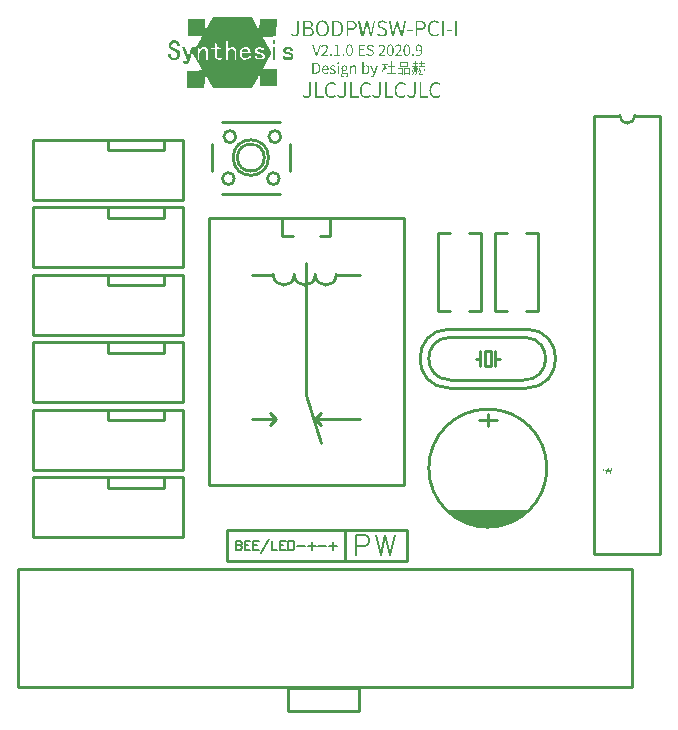
<source format=gto>
G04 Layer: TopSilkLayer*
G04 EasyEDA v6.4.7, 2021-01-07T14:22:33+08:00*
G04 e544819f4ad94c36a5ee21bd65f75882,119f753a6ce64b8d841f2ad33262ab0c,10*
G04 Gerber Generator version 0.2*
G04 Scale: 100 percent, Rotated: No, Reflected: No *
G04 Dimensions in millimeters *
G04 leading zeros omitted , absolute positions ,3 integer and 3 decimal *
%FSLAX33Y33*%
%MOMM*%
G90*
D02*

%ADD23C,0.250012*%
%ADD24C,0.254000*%
%ADD25C,0.203200*%

%LPD*%

%LPD*%
G36*
G01X31252Y57299D02*
G01X31165Y57309D01*
G01X31141Y57285D01*
G01X31131Y57265D01*
G01X31124Y57229D01*
G01X31119Y57182D01*
G01X31117Y57128D01*
G01X31117Y56995D01*
G01X31338Y57016D01*
G01X31338Y57289D01*
G01X31252Y57299D01*
G37*

%LPD*%
G36*
G01X31357Y56727D02*
G01X31117Y56727D01*
G01X31117Y55632D01*
G01X31338Y55653D01*
G01X31348Y56190D01*
G01X31357Y56727D01*
G37*

%LPD*%
G36*
G01X22938Y57306D02*
G01X22639Y57306D01*
G01X22408Y57151D01*
G01X22365Y57067D01*
G01X22323Y56982D01*
G01X22322Y56870D01*
G01X22322Y56757D01*
G01X22428Y56551D01*
G01X22932Y56315D01*
G01X23002Y56226D01*
G01X23071Y56138D01*
G01X23071Y56008D01*
G01X22904Y55840D01*
G01X22693Y55840D01*
G01X22610Y55924D01*
G01X22526Y56008D01*
G01X22526Y56181D01*
G01X22287Y56181D01*
G01X22287Y55920D01*
G01X22400Y55789D01*
G01X22514Y55658D01*
G01X22926Y55628D01*
G01X23054Y55689D01*
G01X23182Y55749D01*
G01X23310Y55960D01*
G01X23310Y56232D01*
G01X23246Y56338D01*
G01X23181Y56443D01*
G01X22930Y56571D01*
G01X22828Y56624D01*
G01X22736Y56677D01*
G01X22663Y56721D01*
G01X22620Y56752D01*
G01X22560Y56806D01*
G01X22561Y56877D01*
G01X22568Y56942D01*
G01X22593Y56993D01*
G01X22638Y57032D01*
G01X22706Y57065D01*
G01X22799Y57100D01*
G01X22885Y57067D01*
G01X22971Y57035D01*
G01X22991Y56932D01*
G01X23012Y56829D01*
G01X23281Y56829D01*
G01X23257Y56939D01*
G01X23243Y56994D01*
G01X23224Y57044D01*
G01X23202Y57090D01*
G01X23176Y57132D01*
G01X23146Y57170D01*
G01X23112Y57203D01*
G01X23075Y57232D01*
G01X23034Y57257D01*
G01X22938Y57306D01*
G37*

%LPD*%
G36*
G01X32684Y56710D02*
G01X32586Y56761D01*
G01X32439Y56760D01*
G01X32293Y56760D01*
G01X32184Y56694D01*
G01X32076Y56628D01*
G01X32036Y56553D01*
G01X31995Y56478D01*
G01X32072Y56223D01*
G01X32303Y56113D01*
G01X32390Y56113D01*
G01X32431Y56110D01*
G01X32477Y56101D01*
G01X32524Y56088D01*
G01X32565Y56073D01*
G01X32654Y56032D01*
G01X32644Y55945D01*
G01X32634Y55857D01*
G01X32259Y55857D01*
G01X32191Y56011D01*
G01X32003Y56011D01*
G01X32003Y55837D01*
G01X32166Y55674D01*
G01X32291Y55651D01*
G01X32417Y55628D01*
G01X32723Y55662D01*
G01X32889Y55818D01*
G01X32889Y56103D01*
G01X32751Y56227D01*
G01X32525Y56283D01*
G01X32298Y56338D01*
G01X32262Y56398D01*
G01X32224Y56458D01*
G01X32291Y56507D01*
G01X32357Y56556D01*
G01X32582Y56556D01*
G01X32625Y56488D01*
G01X32667Y56420D01*
G01X32889Y56420D01*
G01X32889Y56463D01*
G01X32872Y56525D01*
G01X32826Y56593D01*
G01X32761Y56658D01*
G01X32684Y56710D01*
G37*

%LPD*%
G36*
G01X29367Y59249D02*
G01X26043Y59249D01*
G01X25407Y58098D01*
G01X25397Y58605D01*
G01X25388Y59113D01*
G01X23958Y59113D01*
G01X23958Y57681D01*
G01X24674Y57681D01*
G01X24786Y57680D01*
G01X24887Y57678D01*
G01X24976Y57676D01*
G01X25048Y57674D01*
G01X25104Y57671D01*
G01X25139Y57668D01*
G01X25151Y57664D01*
G01X25147Y57653D01*
G01X25136Y57629D01*
G01X25118Y57593D01*
G01X25095Y57548D01*
G01X25066Y57494D01*
G01X25032Y57432D01*
G01X24995Y57363D01*
G01X24954Y57289D01*
G01X24910Y57210D01*
G01X24865Y57128D01*
G01X24818Y57044D01*
G01X24770Y56960D01*
G01X24722Y56875D01*
G01X24675Y56792D01*
G01X24629Y56712D01*
G01X24585Y56635D01*
G01X24544Y56563D01*
G01X24505Y56497D01*
G01X24470Y56439D01*
G01X24440Y56389D01*
G01X24416Y56348D01*
G01X24397Y56318D01*
G01X24384Y56300D01*
G01X24378Y56295D01*
G01X24379Y56317D01*
G01X24393Y56367D01*
G01X24416Y56436D01*
G01X24448Y56518D01*
G01X24532Y56727D01*
G01X24278Y56727D01*
G01X24164Y56394D01*
G01X24141Y56327D01*
G01X24118Y56261D01*
G01X24096Y56200D01*
G01X24076Y56145D01*
G01X24058Y56096D01*
G01X24043Y56057D01*
G01X24031Y56028D01*
G01X24024Y56012D01*
G01X23997Y55961D01*
G01X23962Y56046D01*
G01X23953Y56068D01*
G01X23940Y56102D01*
G01X23924Y56144D01*
G01X23905Y56193D01*
G01X23885Y56247D01*
G01X23863Y56306D01*
G01X23840Y56367D01*
G01X23818Y56428D01*
G01X23707Y56727D01*
G01X23594Y56727D01*
G01X23550Y56726D01*
G01X23514Y56723D01*
G01X23489Y56720D01*
G01X23480Y56716D01*
G01X23483Y56704D01*
G01X23491Y56680D01*
G01X23503Y56645D01*
G01X23518Y56599D01*
G01X23538Y56545D01*
G01X23559Y56485D01*
G01X23583Y56418D01*
G01X23608Y56349D01*
G01X23662Y56205D01*
G01X23688Y56134D01*
G01X23714Y56065D01*
G01X23738Y56001D01*
G01X23761Y55942D01*
G01X23782Y55890D01*
G01X23799Y55847D01*
G01X23886Y55633D01*
G01X23867Y55583D01*
G01X23848Y55534D01*
G01X23578Y55534D01*
G01X23600Y55312D01*
G01X23726Y55301D01*
G01X23852Y55291D01*
G01X23936Y55346D01*
G01X24019Y55400D01*
G01X24088Y55578D01*
G01X24104Y55618D01*
G01X24122Y55666D01*
G01X24142Y55719D01*
G01X24164Y55775D01*
G01X24208Y55892D01*
G01X24230Y55949D01*
G01X24250Y56002D01*
G01X24343Y56249D01*
G01X24372Y56249D01*
G01X24384Y56246D01*
G01X24393Y56237D01*
G01X24399Y56223D01*
G01X24401Y56207D01*
G01X24414Y56169D01*
G01X24449Y56096D01*
G01X24501Y56001D01*
G01X24565Y55891D01*
G01X24599Y55834D01*
G01X24635Y55772D01*
G01X24674Y55707D01*
G01X24713Y55638D01*
G01X24754Y55567D01*
G01X24795Y55495D01*
G01X24877Y55349D01*
G01X24918Y55277D01*
G01X24957Y55207D01*
G01X24994Y55139D01*
G01X25030Y55075D01*
G01X25062Y55015D01*
G01X25092Y54960D01*
G01X25119Y54910D01*
G01X25141Y54867D01*
G01X25160Y54830D01*
G01X25173Y54803D01*
G01X25182Y54784D01*
G01X25185Y54774D01*
G01X25185Y54751D01*
G01X24546Y54742D01*
G01X23906Y54732D01*
G01X23888Y53250D01*
G01X25354Y53250D01*
G01X25363Y53855D01*
G01X25373Y54460D01*
G01X26048Y53250D01*
G01X29364Y53250D01*
G01X29615Y53701D01*
G01X29685Y53826D01*
G01X29720Y53889D01*
G01X29754Y53950D01*
G01X29787Y54009D01*
G01X29819Y54065D01*
G01X29849Y54118D01*
G01X29876Y54167D01*
G01X29901Y54211D01*
G01X29922Y54249D01*
G01X29955Y54306D01*
G01X30043Y54460D01*
G01X30061Y53959D01*
G01X30065Y53858D01*
G01X30069Y53763D01*
G01X30074Y53677D01*
G01X30079Y53602D01*
G01X30083Y53539D01*
G01X30087Y53491D01*
G01X30091Y53459D01*
G01X30095Y53447D01*
G01X30104Y53446D01*
G01X30124Y53445D01*
G01X30156Y53444D01*
G01X30198Y53444D01*
G01X30249Y53443D01*
G01X30377Y53443D01*
G01X30452Y53444D01*
G01X30532Y53445D01*
G01X30618Y53445D01*
G01X30709Y53447D01*
G01X30802Y53448D01*
G01X31493Y53459D01*
G01X31475Y54869D01*
G01X30271Y54869D01*
G01X30316Y54954D01*
G01X30326Y54971D01*
G01X30340Y54997D01*
G01X30360Y55033D01*
G01X30384Y55076D01*
G01X30412Y55127D01*
G01X30444Y55184D01*
G01X30480Y55247D01*
G01X30517Y55315D01*
G01X30558Y55387D01*
G01X30600Y55462D01*
G01X30644Y55539D01*
G01X30732Y55697D01*
G01X30775Y55773D01*
G01X30815Y55846D01*
G01X30852Y55916D01*
G01X30887Y55981D01*
G01X30918Y56040D01*
G01X30946Y56093D01*
G01X30970Y56139D01*
G01X30989Y56178D01*
G01X31003Y56208D01*
G01X31011Y56228D01*
G01X31014Y56239D01*
G01X31013Y56248D01*
G01X31009Y56261D01*
G01X31002Y56279D01*
G01X30992Y56301D01*
G01X30979Y56328D01*
G01X30964Y56360D01*
G01X30926Y56436D01*
G01X30902Y56481D01*
G01X30876Y56531D01*
G01X30848Y56585D01*
G01X30816Y56643D01*
G01X30783Y56705D01*
G01X30746Y56772D01*
G01X30707Y56843D01*
G01X30665Y56918D01*
G01X30621Y56997D01*
G01X30575Y57080D01*
G01X30526Y57168D01*
G01X30474Y57260D01*
G01X30406Y57382D01*
G01X30350Y57486D01*
G01X30312Y57559D01*
G01X30299Y57591D01*
G01X30299Y57611D01*
G01X30870Y57620D01*
G01X31441Y57630D01*
G01X31459Y59079D01*
G01X30027Y59079D01*
G01X30009Y58097D01*
G01X29367Y59249D01*
G37*

%LPC*%
G36*
G01X27332Y57272D02*
G01X27161Y57272D01*
G01X27179Y55687D01*
G01X27256Y55676D01*
G01X27332Y55665D01*
G01X27332Y56256D01*
G01X27444Y56490D01*
G01X27586Y56590D01*
G01X27806Y56590D01*
G01X27859Y56515D01*
G01X27912Y56439D01*
G01X27912Y55670D01*
G01X28049Y55670D01*
G01X28049Y56585D01*
G01X27869Y56727D01*
G01X27635Y56727D01*
G01X27561Y56688D01*
G01X27525Y56668D01*
G01X27485Y56640D01*
G01X27445Y56610D01*
G01X27409Y56580D01*
G01X27332Y56510D01*
G01X27332Y57272D01*
G37*
G36*
G01X30265Y56675D02*
G01X30166Y56727D01*
G01X30036Y56724D01*
G01X29934Y56718D01*
G01X29858Y56701D01*
G01X29794Y56668D01*
G01X29728Y56614D01*
G01X29651Y56544D01*
G01X29651Y56450D01*
G01X29652Y56410D01*
G01X29657Y56369D01*
G01X29664Y56331D01*
G01X29672Y56302D01*
G01X29693Y56247D01*
G01X29886Y56147D01*
G01X30077Y56147D01*
G01X30299Y56012D01*
G01X30299Y55962D01*
G01X30294Y55939D01*
G01X30282Y55912D01*
G01X30265Y55884D01*
G01X30243Y55858D01*
G01X30188Y55803D01*
G01X29838Y55823D01*
G01X29805Y55900D01*
G01X29771Y55977D01*
G01X29617Y55977D01*
G01X29617Y55852D01*
G01X29705Y55769D01*
G01X29793Y55687D01*
G01X30304Y55687D01*
G01X30390Y55786D01*
G01X30475Y55886D01*
G01X30454Y55990D01*
G01X30442Y56035D01*
G01X30425Y56079D01*
G01X30405Y56117D01*
G01X30385Y56144D01*
G01X30336Y56193D01*
G01X29875Y56309D01*
G01X29782Y56449D01*
G01X29853Y56520D01*
G01X29924Y56590D01*
G01X30162Y56590D01*
G01X30231Y56522D01*
G01X30299Y56454D01*
G01X30367Y56454D01*
G01X30411Y56457D01*
G01X30431Y56472D01*
G01X30426Y56503D01*
G01X30400Y56558D01*
G01X30365Y56624D01*
G01X30265Y56675D01*
G37*
G36*
G01X26374Y57068D02*
G01X26208Y57068D01*
G01X26208Y56692D01*
G01X25901Y56692D01*
G01X25901Y56590D01*
G01X26208Y56590D01*
G01X26208Y55974D01*
G01X26257Y55856D01*
G01X26307Y55738D01*
G01X26396Y55704D01*
G01X26438Y55691D01*
G01X26489Y55681D01*
G01X26546Y55675D01*
G01X26605Y55671D01*
G01X26663Y55671D01*
G01X26717Y55674D01*
G01X26764Y55680D01*
G01X26802Y55691D01*
G01X26855Y55711D01*
G01X26855Y55835D01*
G01X26677Y55819D01*
G01X26497Y55803D01*
G01X26446Y55837D01*
G01X26395Y55872D01*
G01X26395Y56573D01*
G01X26787Y56594D01*
G01X26787Y56689D01*
G01X26395Y56710D01*
G01X26385Y56888D01*
G01X26374Y57068D01*
G37*
G36*
G01X28878Y56716D02*
G01X28713Y56729D01*
G01X28587Y56654D01*
G01X28460Y56578D01*
G01X28407Y56468D01*
G01X28356Y56359D01*
G01X28356Y55994D01*
G01X28489Y55775D01*
G01X28598Y55719D01*
G01X28708Y55662D01*
G01X29083Y55694D01*
G01X29179Y55801D01*
G01X29276Y55909D01*
G01X29276Y56011D01*
G01X29105Y56011D01*
G01X29105Y55977D01*
G01X29100Y55958D01*
G01X29086Y55932D01*
G01X29064Y55903D01*
G01X29037Y55874D01*
G01X28969Y55806D01*
G01X28734Y55806D01*
G01X28558Y55960D01*
G01X28537Y56087D01*
G01X28517Y56215D01*
G01X29285Y56215D01*
G01X29247Y56499D01*
G01X29043Y56702D01*
G01X28878Y56716D01*
G37*
G36*
G01X25563Y56627D02*
G01X25463Y56727D01*
G01X25332Y56726D01*
G01X25202Y56725D01*
G01X25091Y56655D01*
G01X25048Y56625D01*
G01X25013Y56595D01*
G01X24989Y56570D01*
G01X24980Y56553D01*
G01X24978Y56541D01*
G01X24970Y56531D01*
G01X24960Y56525D01*
G01X24946Y56522D01*
G01X24912Y56522D01*
G01X24912Y56692D01*
G01X24776Y56692D01*
G01X24776Y55670D01*
G01X24912Y55670D01*
G01X24912Y56217D01*
G01X24960Y56331D01*
G01X24984Y56380D01*
G01X25016Y56432D01*
G01X25051Y56480D01*
G01X25086Y56517D01*
G01X25164Y56590D01*
G01X25386Y56590D01*
G01X25439Y56515D01*
G01X25492Y56439D01*
G01X25492Y55670D01*
G01X25662Y55670D01*
G01X25662Y56527D01*
G01X25563Y56627D01*
G37*

%LPD*%
G36*
G01X28928Y56590D02*
G01X28740Y56590D01*
G01X28560Y56449D01*
G01X28560Y56315D01*
G01X29088Y56335D01*
G01X29078Y56403D01*
G01X29067Y56471D01*
G01X28997Y56531D01*
G01X28928Y56590D01*
G37*

%LPD*%
G54D23*
G01X37282Y15875D02*
G01X37282Y13208D01*
G54D24*
G01X42230Y19694D02*
G01X25730Y19694D01*
G01X42230Y19683D02*
G01X42230Y42264D01*
G01X25730Y42264D02*
G01X42230Y42264D01*
G01X25730Y42264D02*
G01X25730Y19694D01*
G01X38552Y37465D02*
G01X36520Y37463D01*
G01X31186Y37463D02*
G01X29408Y37465D01*
G01X33980Y38479D02*
G01X33980Y27303D01*
G01X35250Y23239D01*
G01X38552Y25273D02*
G01X34742Y25271D01*
G01X35250Y24763D01*
G01X34742Y25271D02*
G01X35250Y25779D01*
G01X29408Y25273D02*
G01X31440Y25271D01*
G01X30932Y25779D01*
G01X31440Y25271D02*
G01X30932Y24763D01*
G01X35987Y42264D02*
G01X35987Y40765D01*
G01X36012Y40765D02*
G01X35137Y40765D01*
G01X32822Y40765D02*
G01X31948Y40765D01*
G01X31948Y40765D02*
G01X31948Y42264D01*
G01X45134Y34419D02*
G01X45134Y41019D01*
G01X48734Y41019D02*
G01X47732Y41019D01*
G01X46135Y41019D02*
G01X45134Y41019D01*
G01X48734Y34419D02*
G01X47732Y34419D01*
G01X46135Y34419D02*
G01X45134Y34419D01*
G01X48734Y41019D02*
G01X48734Y34419D01*
G01X52347Y28553D02*
G01X46147Y28553D01*
G01X52597Y27853D02*
G01X46097Y27853D01*
G01X46147Y32152D02*
G01X52547Y32152D01*
G01X46097Y32852D02*
G01X52597Y32852D01*
G01X49093Y30988D02*
G01X49093Y29718D01*
G01X49093Y29718D02*
G01X49601Y29718D01*
G01X49601Y29718D02*
G01X49601Y30988D01*
G01X49601Y30988D02*
G01X49093Y30988D01*
G01X48712Y30988D02*
G01X48712Y30353D01*
G01X48712Y30353D02*
G01X48712Y29718D01*
G01X48712Y30353D02*
G01X48331Y30353D01*
G01X49982Y30988D02*
G01X49982Y30353D01*
G01X49982Y30353D02*
G01X49982Y29718D01*
G01X49982Y30353D02*
G01X50363Y30353D01*
G01X60523Y50926D02*
G01X58364Y50926D01*
G01X58364Y13842D01*
G01X63952Y13842D01*
G01X63952Y50926D01*
G01X61793Y50926D01*
G01X49347Y25654D02*
G01X49347Y24638D01*
G01X50109Y25146D02*
G01X48585Y25146D01*
G01X10866Y48895D02*
G01X23566Y48895D01*
G01X23566Y43815D01*
G01X10866Y43815D01*
G01X10866Y48895D01*
G01X17216Y48895D02*
G01X21915Y48895D01*
G01X21915Y48006D01*
G01X17216Y48006D01*
G01X17216Y48895D01*
G01X10866Y43180D02*
G01X23566Y43180D01*
G01X23566Y38100D01*
G01X10866Y38100D01*
G01X10866Y43180D01*
G01X17216Y43180D02*
G01X21915Y43180D01*
G01X21915Y42291D01*
G01X17216Y42291D01*
G01X17216Y43180D01*
G01X10866Y37465D02*
G01X23566Y37465D01*
G01X23566Y32385D01*
G01X10866Y32385D01*
G01X10866Y37465D01*
G01X17216Y37465D02*
G01X21915Y37465D01*
G01X21915Y36576D01*
G01X17216Y36576D01*
G01X17216Y37465D01*
G01X10866Y31750D02*
G01X23566Y31750D01*
G01X23566Y26670D01*
G01X10866Y26670D01*
G01X10866Y31750D01*
G01X17216Y31750D02*
G01X21915Y31750D01*
G01X21915Y30861D01*
G01X17216Y30861D01*
G01X17216Y31750D01*
G01X49960Y34419D02*
G01X49960Y41019D01*
G01X53560Y41019D02*
G01X52558Y41019D01*
G01X50961Y41019D02*
G01X49960Y41019D01*
G01X53560Y34419D02*
G01X52558Y34419D01*
G01X50961Y34419D02*
G01X49960Y34419D01*
G01X53560Y41019D02*
G01X53560Y34419D01*
G01X38425Y508D02*
G01X32427Y508D01*
G01X32427Y2506D01*
G01X38425Y2506D01*
G01X38425Y508D01*
G01X61539Y2540D02*
G01X9539Y2540D01*
G01X9539Y12539D01*
G01X61539Y12539D01*
G01X61539Y2540D01*
G01X25979Y46250D02*
G01X25979Y48491D01*
G01X31731Y44323D02*
G01X26830Y44323D01*
G01X32583Y46250D02*
G01X32583Y48491D01*
G01X31731Y50419D02*
G01X26830Y50419D01*
G01X10866Y20320D02*
G01X23566Y20320D01*
G01X23566Y15240D01*
G01X10866Y15240D01*
G01X10866Y20320D01*
G01X17216Y20320D02*
G01X21915Y20320D01*
G01X21915Y19431D01*
G01X17216Y19431D01*
G01X17216Y20320D01*
G01X10866Y26035D02*
G01X23566Y26035D01*
G01X23566Y20955D01*
G01X10866Y20955D01*
G01X10866Y26035D01*
G01X17216Y26035D02*
G01X21915Y26035D01*
G01X21915Y25146D01*
G01X17216Y25146D01*
G01X17216Y26035D01*

%LPD*%
G36*
G01X46334Y58211D02*
G01X45885Y58211D01*
G01X45885Y58097D01*
G01X46334Y58097D01*
G01X46334Y58211D01*
G37*

%LPD*%
G36*
G01X42974Y58211D02*
G01X42524Y58211D01*
G01X42524Y58097D01*
G01X42974Y58097D01*
G01X42974Y58211D01*
G37*

%LPD*%
G36*
G01X46741Y58958D02*
G01X46593Y58958D01*
G01X46593Y57658D01*
G01X46741Y57658D01*
G01X46741Y58958D01*
G37*

%LPD*%
G36*
G01X45620Y58958D02*
G01X45473Y58958D01*
G01X45473Y57658D01*
G01X45620Y57658D01*
G01X45620Y58958D01*
G37*

%LPD*%
G36*
G01X43594Y58958D02*
G01X43233Y58958D01*
G01X43233Y57658D01*
G01X43380Y57658D01*
G01X43380Y58183D01*
G01X43601Y58183D01*
G01X43671Y58186D01*
G01X43736Y58194D01*
G01X43797Y58208D01*
G01X43853Y58227D01*
G01X43903Y58251D01*
G01X43948Y58282D01*
G01X43986Y58317D01*
G01X44019Y58359D01*
G01X44045Y58406D01*
G01X44063Y58459D01*
G01X44075Y58518D01*
G01X44079Y58582D01*
G01X44075Y58648D01*
G01X44063Y58707D01*
G01X44044Y58759D01*
G01X44018Y58804D01*
G01X43986Y58842D01*
G01X43947Y58875D01*
G01X43901Y58902D01*
G01X43850Y58922D01*
G01X43794Y58939D01*
G01X43732Y58949D01*
G01X43665Y58956D01*
G01X43594Y58958D01*
G37*

%LPC*%
G36*
G01X43573Y58841D02*
G01X43380Y58841D01*
G01X43380Y58305D01*
G01X43581Y58305D01*
G01X43664Y58309D01*
G01X43735Y58321D01*
G01X43796Y58342D01*
G01X43844Y58371D01*
G01X43883Y58410D01*
G01X43910Y58458D01*
G01X43926Y58514D01*
G01X43931Y58582D01*
G01X43926Y58649D01*
G01X43908Y58705D01*
G01X43881Y58750D01*
G01X43841Y58785D01*
G01X43790Y58811D01*
G01X43729Y58828D01*
G01X43657Y58838D01*
G01X43573Y58841D01*
G37*

%LPD*%
G36*
G01X41109Y58958D02*
G01X40960Y58958D01*
G01X41239Y57658D01*
G01X41412Y57658D01*
G01X41615Y58468D01*
G01X41631Y58542D01*
G01X41648Y58615D01*
G01X41666Y58688D01*
G01X41683Y58762D01*
G01X41689Y58762D01*
G01X41705Y58688D01*
G01X41738Y58542D01*
G01X41755Y58468D01*
G01X41963Y57658D01*
G01X42136Y57658D01*
G01X42410Y58958D01*
G01X42270Y58958D01*
G01X42125Y58237D01*
G01X42105Y58132D01*
G01X42096Y58079D01*
G01X42086Y58027D01*
G01X42059Y57868D01*
G01X42049Y57815D01*
G01X42039Y57815D01*
G01X42016Y57922D01*
G01X42004Y57974D01*
G01X41992Y58028D01*
G01X41980Y58081D01*
G01X41968Y58133D01*
G01X41945Y58237D01*
G01X41757Y58958D01*
G01X41620Y58958D01*
G01X41435Y58237D01*
G01X41411Y58132D01*
G01X41399Y58079D01*
G01X41388Y58027D01*
G01X41352Y57868D01*
G01X41341Y57815D01*
G01X41333Y57815D01*
G01X41323Y57868D01*
G01X41314Y57921D01*
G01X41303Y57974D01*
G01X41294Y58027D01*
G01X41284Y58079D01*
G01X41273Y58132D01*
G01X41254Y58237D01*
G01X41109Y58958D01*
G37*

%LPD*%
G36*
G01X38521Y58958D02*
G01X38369Y58958D01*
G01X38651Y57658D01*
G01X38823Y57658D01*
G01X39027Y58468D01*
G01X39043Y58542D01*
G01X39076Y58688D01*
G01X39093Y58762D01*
G01X39100Y58762D01*
G01X39117Y58688D01*
G01X39149Y58542D01*
G01X39164Y58468D01*
G01X39372Y57658D01*
G01X39547Y57658D01*
G01X39822Y58958D01*
G01X39679Y58958D01*
G01X39537Y58237D01*
G01X39517Y58132D01*
G01X39507Y58079D01*
G01X39497Y58027D01*
G01X39461Y57815D01*
G01X39451Y57815D01*
G01X39426Y57922D01*
G01X39414Y57974D01*
G01X39403Y58028D01*
G01X39391Y58081D01*
G01X39379Y58133D01*
G01X39354Y58237D01*
G01X39169Y58958D01*
G01X39032Y58958D01*
G01X38846Y58237D01*
G01X38822Y58132D01*
G01X38810Y58079D01*
G01X38799Y58027D01*
G01X38775Y57921D01*
G01X38764Y57868D01*
G01X38752Y57815D01*
G01X38745Y57815D01*
G01X38715Y57974D01*
G01X38706Y58027D01*
G01X38695Y58079D01*
G01X38685Y58132D01*
G01X38666Y58237D01*
G01X38521Y58958D01*
G37*

%LPD*%
G36*
G01X37752Y58958D02*
G01X37391Y58958D01*
G01X37391Y57658D01*
G01X37538Y57658D01*
G01X37538Y58183D01*
G01X37759Y58183D01*
G01X37829Y58186D01*
G01X37894Y58194D01*
G01X37954Y58208D01*
G01X38010Y58227D01*
G01X38060Y58251D01*
G01X38104Y58282D01*
G01X38143Y58317D01*
G01X38175Y58359D01*
G01X38200Y58406D01*
G01X38219Y58459D01*
G01X38230Y58518D01*
G01X38234Y58582D01*
G01X38230Y58648D01*
G01X38219Y58707D01*
G01X38200Y58759D01*
G01X38174Y58804D01*
G01X38141Y58842D01*
G01X38103Y58875D01*
G01X38057Y58902D01*
G01X38007Y58922D01*
G01X37950Y58939D01*
G01X37889Y58949D01*
G01X37822Y58956D01*
G01X37752Y58958D01*
G37*

%LPC*%
G36*
G01X37731Y58841D02*
G01X37538Y58841D01*
G01X37538Y58305D01*
G01X37736Y58305D01*
G01X37820Y58309D01*
G01X37892Y58321D01*
G01X37953Y58342D01*
G01X38002Y58371D01*
G01X38041Y58410D01*
G01X38068Y58458D01*
G01X38084Y58514D01*
G01X38089Y58582D01*
G01X38084Y58649D01*
G01X38066Y58705D01*
G01X38039Y58750D01*
G01X37999Y58785D01*
G01X37948Y58811D01*
G01X37887Y58828D01*
G01X37815Y58838D01*
G01X37731Y58841D01*
G37*

%LPD*%
G36*
G01X36497Y58958D02*
G01X36177Y58958D01*
G01X36177Y57658D01*
G01X36502Y57658D01*
G01X36573Y57661D01*
G01X36641Y57669D01*
G01X36704Y57683D01*
G01X36762Y57702D01*
G01X36816Y57727D01*
G01X36866Y57757D01*
G01X36910Y57792D01*
G01X36950Y57832D01*
G01X36986Y57876D01*
G01X37017Y57926D01*
G01X37043Y57980D01*
G01X37065Y58038D01*
G01X37082Y58100D01*
G01X37094Y58167D01*
G01X37101Y58238D01*
G01X37104Y58313D01*
G01X37101Y58387D01*
G01X37094Y58458D01*
G01X37082Y58524D01*
G01X37065Y58586D01*
G01X37043Y58644D01*
G01X37017Y58697D01*
G01X36986Y58745D01*
G01X36950Y58789D01*
G01X36909Y58827D01*
G01X36864Y58861D01*
G01X36814Y58891D01*
G01X36760Y58915D01*
G01X36701Y58934D01*
G01X36637Y58947D01*
G01X36569Y58955D01*
G01X36497Y58958D01*
G37*

%LPC*%
G36*
G01X36484Y58839D02*
G01X36324Y58839D01*
G01X36324Y57779D01*
G01X36484Y57779D01*
G01X36541Y57782D01*
G01X36595Y57789D01*
G01X36645Y57800D01*
G01X36690Y57816D01*
G01X36732Y57836D01*
G01X36771Y57861D01*
G01X36806Y57889D01*
G01X36837Y57921D01*
G01X36865Y57958D01*
G01X36888Y57998D01*
G01X36908Y58042D01*
G01X36925Y58089D01*
G01X36938Y58140D01*
G01X36947Y58194D01*
G01X36952Y58252D01*
G01X36954Y58313D01*
G01X36952Y58374D01*
G01X36947Y58431D01*
G01X36938Y58485D01*
G01X36925Y58535D01*
G01X36908Y58582D01*
G01X36888Y58625D01*
G01X36865Y58665D01*
G01X36837Y58700D01*
G01X36806Y58732D01*
G01X36771Y58760D01*
G01X36732Y58784D01*
G01X36690Y58803D01*
G01X36645Y58819D01*
G01X36595Y58829D01*
G01X36541Y58837D01*
G01X36484Y58839D01*
G37*

%LPD*%
G36*
G01X34084Y58958D02*
G01X33705Y58958D01*
G01X33705Y57658D01*
G01X34112Y57658D01*
G01X34183Y57660D01*
G01X34250Y57668D01*
G01X34312Y57681D01*
G01X34369Y57700D01*
G01X34421Y57724D01*
G01X34468Y57752D01*
G01X34508Y57787D01*
G01X34541Y57827D01*
G01X34568Y57872D01*
G01X34588Y57922D01*
G01X34600Y57978D01*
G01X34604Y58039D01*
G01X34599Y58101D01*
G01X34585Y58158D01*
G01X34561Y58208D01*
G01X34529Y58250D01*
G01X34490Y58285D01*
G01X34444Y58314D01*
G01X34392Y58336D01*
G01X34335Y58351D01*
G01X34335Y58359D01*
G01X34379Y58377D01*
G01X34418Y58402D01*
G01X34451Y58432D01*
G01X34478Y58466D01*
G01X34500Y58505D01*
G01X34516Y58548D01*
G01X34525Y58593D01*
G01X34528Y58640D01*
G01X34525Y58694D01*
G01X34514Y58743D01*
G01X34496Y58785D01*
G01X34472Y58823D01*
G01X34441Y58856D01*
G01X34405Y58884D01*
G01X34363Y58907D01*
G01X34316Y58926D01*
G01X34265Y58940D01*
G01X34208Y58950D01*
G01X34148Y58956D01*
G01X34084Y58958D01*
G37*

%LPC*%
G36*
G01X34061Y58841D02*
G01X33855Y58841D01*
G01X33855Y58402D01*
G01X34053Y58402D01*
G01X34135Y58406D01*
G01X34203Y58417D01*
G01X34260Y58435D01*
G01X34305Y58461D01*
G01X34339Y58493D01*
G01X34363Y58530D01*
G01X34376Y58574D01*
G01X34381Y58623D01*
G01X34376Y58678D01*
G01X34361Y58724D01*
G01X34336Y58762D01*
G01X34301Y58792D01*
G01X34256Y58814D01*
G01X34201Y58829D01*
G01X34136Y58838D01*
G01X34061Y58841D01*
G37*
G36*
G01X34089Y58287D02*
G01X33855Y58287D01*
G01X33855Y57774D01*
G01X34089Y57774D01*
G01X34171Y57778D01*
G01X34244Y57790D01*
G01X34308Y57810D01*
G01X34361Y57839D01*
G01X34403Y57877D01*
G01X34434Y57923D01*
G01X34453Y57979D01*
G01X34460Y58044D01*
G01X34454Y58102D01*
G01X34435Y58152D01*
G01X34405Y58194D01*
G01X34363Y58228D01*
G01X34310Y58254D01*
G01X34246Y58273D01*
G01X34173Y58284D01*
G01X34089Y58287D01*
G37*

%LPD*%
G36*
G01X44898Y58980D02*
G01X44841Y58983D01*
G01X44780Y58980D01*
G01X44721Y58972D01*
G01X44665Y58957D01*
G01X44612Y58937D01*
G01X44562Y58911D01*
G01X44515Y58880D01*
G01X44471Y58844D01*
G01X44431Y58803D01*
G01X44395Y58757D01*
G01X44363Y58706D01*
G01X44335Y58650D01*
G01X44312Y58590D01*
G01X44294Y58526D01*
G01X44280Y58457D01*
G01X44272Y58384D01*
G01X44269Y58308D01*
G01X44272Y58231D01*
G01X44280Y58158D01*
G01X44294Y58089D01*
G01X44311Y58025D01*
G01X44334Y57965D01*
G01X44362Y57909D01*
G01X44393Y57859D01*
G01X44429Y57813D01*
G01X44468Y57772D01*
G01X44511Y57736D01*
G01X44557Y57706D01*
G01X44606Y57680D01*
G01X44659Y57661D01*
G01X44714Y57646D01*
G01X44771Y57638D01*
G01X44831Y57635D01*
G01X44891Y57638D01*
G01X44949Y57647D01*
G01X45003Y57663D01*
G01X45054Y57683D01*
G01X45101Y57710D01*
G01X45145Y57742D01*
G01X45188Y57778D01*
G01X45227Y57820D01*
G01X45143Y57914D01*
G01X45077Y57850D01*
G01X45005Y57803D01*
G01X44925Y57774D01*
G01X44836Y57764D01*
G01X44774Y57769D01*
G01X44717Y57781D01*
G01X44664Y57802D01*
G01X44615Y57831D01*
G01X44572Y57868D01*
G01X44533Y57912D01*
G01X44500Y57963D01*
G01X44472Y58020D01*
G01X44451Y58085D01*
G01X44435Y58155D01*
G01X44425Y58231D01*
G01X44422Y58313D01*
G01X44425Y58393D01*
G01X44435Y58468D01*
G01X44452Y58537D01*
G01X44474Y58600D01*
G01X44502Y58657D01*
G01X44536Y58707D01*
G01X44575Y58750D01*
G01X44620Y58786D01*
G01X44669Y58814D01*
G01X44723Y58835D01*
G01X44781Y58847D01*
G01X44843Y58851D01*
G01X44923Y58843D01*
G01X44994Y58818D01*
G01X45057Y58779D01*
G01X45112Y58727D01*
G01X45194Y58823D01*
G01X45164Y58853D01*
G01X45130Y58883D01*
G01X45091Y58910D01*
G01X45048Y58934D01*
G01X45002Y58954D01*
G01X44952Y58970D01*
G01X44898Y58980D01*
G37*

%LPD*%
G36*
G01X40466Y58980D02*
G01X40408Y58983D01*
G01X40352Y58980D01*
G01X40298Y58972D01*
G01X40248Y58958D01*
G01X40202Y58939D01*
G01X40159Y58915D01*
G01X40121Y58887D01*
G01X40088Y58855D01*
G01X40060Y58819D01*
G01X40037Y58780D01*
G01X40021Y58737D01*
G01X40011Y58691D01*
G01X40007Y58643D01*
G01X40014Y58576D01*
G01X40031Y58518D01*
G01X40059Y58468D01*
G01X40095Y58426D01*
G01X40136Y58390D01*
G01X40181Y58359D01*
G01X40228Y58334D01*
G01X40274Y58313D01*
G01X40462Y58229D01*
G01X40507Y58208D01*
G01X40549Y58188D01*
G01X40586Y58166D01*
G01X40619Y58141D01*
G01X40646Y58112D01*
G01X40665Y58078D01*
G01X40678Y58036D01*
G01X40683Y57988D01*
G01X40678Y57940D01*
G01X40663Y57897D01*
G01X40640Y57859D01*
G01X40607Y57826D01*
G01X40566Y57800D01*
G01X40518Y57780D01*
G01X40462Y57768D01*
G01X40398Y57764D01*
G01X40346Y57767D01*
G01X40296Y57776D01*
G01X40246Y57790D01*
G01X40198Y57809D01*
G01X40153Y57832D01*
G01X40110Y57861D01*
G01X40070Y57893D01*
G01X40032Y57929D01*
G01X39944Y57828D01*
G01X39987Y57785D01*
G01X40035Y57747D01*
G01X40087Y57714D01*
G01X40142Y57686D01*
G01X40201Y57664D01*
G01X40263Y57648D01*
G01X40328Y57638D01*
G01X40396Y57635D01*
G01X40461Y57638D01*
G01X40522Y57647D01*
G01X40578Y57663D01*
G01X40629Y57683D01*
G01X40675Y57709D01*
G01X40715Y57740D01*
G01X40750Y57775D01*
G01X40779Y57813D01*
G01X40802Y57856D01*
G01X40819Y57900D01*
G01X40829Y57948D01*
G01X40833Y57998D01*
G01X40827Y58066D01*
G01X40811Y58126D01*
G01X40786Y58177D01*
G01X40753Y58222D01*
G01X40713Y58260D01*
G01X40667Y58293D01*
G01X40617Y58322D01*
G01X40563Y58348D01*
G01X40373Y58427D01*
G01X40297Y58462D01*
G01X40228Y58506D01*
G01X40177Y58567D01*
G01X40157Y58653D01*
G01X40161Y58697D01*
G01X40175Y58735D01*
G01X40197Y58770D01*
G01X40226Y58798D01*
G01X40263Y58821D01*
G01X40306Y58838D01*
G01X40355Y58848D01*
G01X40408Y58851D01*
G01X40497Y58843D01*
G01X40575Y58818D01*
G01X40647Y58779D01*
G01X40711Y58727D01*
G01X40789Y58823D01*
G01X40753Y58857D01*
G01X40713Y58888D01*
G01X40670Y58915D01*
G01X40624Y58939D01*
G01X40574Y58957D01*
G01X40522Y58972D01*
G01X40466Y58980D01*
G37*

%LPD*%
G36*
G01X35398Y58980D02*
G01X35339Y58983D01*
G01X35279Y58980D01*
G01X35222Y58972D01*
G01X35168Y58957D01*
G01X35117Y58937D01*
G01X35068Y58911D01*
G01X35023Y58880D01*
G01X34981Y58844D01*
G01X34943Y58804D01*
G01X34909Y58757D01*
G01X34878Y58707D01*
G01X34852Y58652D01*
G01X34830Y58592D01*
G01X34813Y58528D01*
G01X34800Y58461D01*
G01X34792Y58389D01*
G01X34790Y58313D01*
G01X34792Y58237D01*
G01X34800Y58165D01*
G01X34813Y58096D01*
G01X34830Y58032D01*
G01X34852Y57972D01*
G01X34878Y57916D01*
G01X34909Y57865D01*
G01X34943Y57819D01*
G01X34981Y57777D01*
G01X35023Y57740D01*
G01X35068Y57708D01*
G01X35117Y57682D01*
G01X35168Y57662D01*
G01X35222Y57647D01*
G01X35279Y57638D01*
G01X35339Y57635D01*
G01X35398Y57638D01*
G01X35455Y57647D01*
G01X35509Y57662D01*
G01X35561Y57682D01*
G01X35609Y57708D01*
G01X35654Y57740D01*
G01X35697Y57777D01*
G01X35735Y57819D01*
G01X35770Y57865D01*
G01X35800Y57916D01*
G01X35827Y57972D01*
G01X35849Y58032D01*
G01X35866Y58096D01*
G01X35879Y58165D01*
G01X35887Y58237D01*
G01X35890Y58313D01*
G01X35887Y58389D01*
G01X35879Y58461D01*
G01X35866Y58528D01*
G01X35849Y58592D01*
G01X35827Y58652D01*
G01X35800Y58707D01*
G01X35770Y58757D01*
G01X35735Y58804D01*
G01X35697Y58844D01*
G01X35654Y58880D01*
G01X35609Y58911D01*
G01X35561Y58937D01*
G01X35509Y58957D01*
G01X35455Y58972D01*
G01X35398Y58980D01*
G37*

%LPC*%
G36*
G01X35397Y58847D02*
G01X35339Y58851D01*
G01X35281Y58847D01*
G01X35226Y58835D01*
G01X35175Y58814D01*
G01X35129Y58786D01*
G01X35087Y58750D01*
G01X35049Y58707D01*
G01X35017Y58657D01*
G01X34990Y58600D01*
G01X34969Y58537D01*
G01X34953Y58468D01*
G01X34943Y58393D01*
G01X34940Y58313D01*
G01X34943Y58232D01*
G01X34953Y58157D01*
G01X34969Y58087D01*
G01X34990Y58023D01*
G01X35017Y57965D01*
G01X35049Y57914D01*
G01X35087Y57869D01*
G01X35129Y57832D01*
G01X35175Y57803D01*
G01X35226Y57782D01*
G01X35281Y57769D01*
G01X35339Y57764D01*
G01X35397Y57769D01*
G01X35452Y57782D01*
G01X35503Y57803D01*
G01X35550Y57832D01*
G01X35592Y57869D01*
G01X35630Y57914D01*
G01X35662Y57965D01*
G01X35690Y58023D01*
G01X35711Y58087D01*
G01X35727Y58157D01*
G01X35737Y58232D01*
G01X35740Y58313D01*
G01X35737Y58393D01*
G01X35727Y58468D01*
G01X35711Y58537D01*
G01X35690Y58600D01*
G01X35662Y58657D01*
G01X35630Y58707D01*
G01X35592Y58750D01*
G01X35550Y58786D01*
G01X35503Y58814D01*
G01X35452Y58835D01*
G01X35397Y58847D01*
G37*

%LPD*%
G36*
G01X33350Y58958D02*
G01X33202Y58958D01*
G01X33202Y58046D01*
G01X33199Y57977D01*
G01X33189Y57918D01*
G01X33172Y57869D01*
G01X33149Y57830D01*
G01X33119Y57800D01*
G01X33081Y57780D01*
G01X33037Y57768D01*
G01X32986Y57764D01*
G01X32917Y57772D01*
G01X32856Y57798D01*
G01X32802Y57843D01*
G01X32755Y57912D01*
G01X32649Y57838D01*
G01X32678Y57791D01*
G01X32712Y57749D01*
G01X32750Y57714D01*
G01X32791Y57686D01*
G01X32837Y57664D01*
G01X32887Y57647D01*
G01X32941Y57638D01*
G01X32999Y57635D01*
G01X33059Y57638D01*
G01X33112Y57649D01*
G01X33160Y57666D01*
G01X33202Y57689D01*
G01X33238Y57717D01*
G01X33269Y57751D01*
G01X33294Y57790D01*
G01X33315Y57832D01*
G01X33330Y57878D01*
G01X33341Y57927D01*
G01X33348Y57979D01*
G01X33350Y58033D01*
G01X33350Y58958D01*
G37*

%LPD*%

%LPD*%
G36*
G01X41820Y56949D02*
G01X41762Y56954D01*
G01X41681Y56944D01*
G01X41610Y56916D01*
G01X41547Y56873D01*
G01X41490Y56817D01*
G01X41551Y56758D01*
G01X41594Y56802D01*
G01X41641Y56837D01*
G01X41693Y56861D01*
G01X41749Y56870D01*
G01X41827Y56855D01*
G01X41882Y56815D01*
G01X41914Y56753D01*
G01X41925Y56677D01*
G01X41922Y56636D01*
G01X41914Y56594D01*
G01X41900Y56551D01*
G01X41880Y56505D01*
G01X41855Y56459D01*
G01X41823Y56409D01*
G01X41785Y56359D01*
G01X41741Y56305D01*
G01X41690Y56249D01*
G01X41633Y56191D01*
G01X41569Y56131D01*
G01X41498Y56067D01*
G01X41498Y56007D01*
G01X42072Y56007D01*
G01X42072Y56095D01*
G01X41769Y56095D01*
G01X41691Y56091D01*
G01X41653Y56088D01*
G01X41708Y56141D01*
G01X41759Y56192D01*
G01X41807Y56244D01*
G01X41850Y56295D01*
G01X41890Y56344D01*
G01X41924Y56394D01*
G01X41955Y56442D01*
G01X41980Y56491D01*
G01X42000Y56539D01*
G01X42014Y56587D01*
G01X42023Y56634D01*
G01X42026Y56682D01*
G01X42022Y56741D01*
G01X42008Y56794D01*
G01X41986Y56841D01*
G01X41955Y56880D01*
G01X41917Y56911D01*
G01X41872Y56935D01*
G01X41820Y56949D01*
G37*

%LPD*%
G36*
G01X40427Y56949D02*
G01X40368Y56954D01*
G01X40286Y56944D01*
G01X40217Y56916D01*
G01X40154Y56873D01*
G01X40096Y56817D01*
G01X40157Y56758D01*
G01X40200Y56802D01*
G01X40247Y56837D01*
G01X40300Y56861D01*
G01X40355Y56870D01*
G01X40433Y56855D01*
G01X40489Y56815D01*
G01X40522Y56753D01*
G01X40533Y56677D01*
G01X40530Y56636D01*
G01X40522Y56594D01*
G01X40507Y56551D01*
G01X40488Y56505D01*
G01X40462Y56459D01*
G01X40430Y56409D01*
G01X40392Y56359D01*
G01X40347Y56305D01*
G01X40296Y56249D01*
G01X40239Y56191D01*
G01X40175Y56131D01*
G01X40104Y56067D01*
G01X40104Y56007D01*
G01X40678Y56007D01*
G01X40678Y56095D01*
G01X40375Y56095D01*
G01X40336Y56093D01*
G01X40296Y56091D01*
G01X40259Y56088D01*
G01X40313Y56141D01*
G01X40365Y56192D01*
G01X40412Y56244D01*
G01X40456Y56295D01*
G01X40495Y56344D01*
G01X40530Y56394D01*
G01X40560Y56442D01*
G01X40585Y56491D01*
G01X40605Y56539D01*
G01X40620Y56587D01*
G01X40629Y56634D01*
G01X40632Y56682D01*
G01X40627Y56741D01*
G01X40614Y56794D01*
G01X40592Y56841D01*
G01X40562Y56880D01*
G01X40524Y56911D01*
G01X40478Y56935D01*
G01X40427Y56949D01*
G37*

%LPD*%
G36*
G01X38928Y56936D02*
G01X38399Y56936D01*
G01X38399Y56007D01*
G01X38940Y56007D01*
G01X38940Y56095D01*
G01X38503Y56095D01*
G01X38503Y56454D01*
G01X38862Y56454D01*
G01X38862Y56540D01*
G01X38503Y56540D01*
G01X38503Y56847D01*
G01X38928Y56847D01*
G01X38928Y56936D01*
G37*

%LPD*%
G36*
G01X36672Y56936D02*
G01X36593Y56936D01*
G01X36555Y56916D01*
G01X36511Y56900D01*
G01X36462Y56885D01*
G01X36405Y56873D01*
G01X36405Y56807D01*
G01X36570Y56807D01*
G01X36570Y56093D01*
G01X36362Y56093D01*
G01X36362Y56007D01*
G01X36863Y56007D01*
G01X36863Y56093D01*
G01X36672Y56093D01*
G01X36672Y56936D01*
G37*

%LPD*%
G36*
G01X35588Y56949D02*
G01X35529Y56954D01*
G01X35449Y56944D01*
G01X35379Y56916D01*
G01X35316Y56873D01*
G01X35257Y56817D01*
G01X35318Y56758D01*
G01X35361Y56802D01*
G01X35409Y56837D01*
G01X35462Y56861D01*
G01X35519Y56870D01*
G01X35597Y56855D01*
G01X35651Y56815D01*
G01X35683Y56753D01*
G01X35694Y56677D01*
G01X35692Y56636D01*
G01X35683Y56594D01*
G01X35669Y56551D01*
G01X35649Y56505D01*
G01X35623Y56459D01*
G01X35591Y56409D01*
G01X35553Y56359D01*
G01X35508Y56305D01*
G01X35457Y56249D01*
G01X35400Y56191D01*
G01X35336Y56131D01*
G01X35265Y56067D01*
G01X35265Y56007D01*
G01X35839Y56007D01*
G01X35839Y56095D01*
G01X35536Y56095D01*
G01X35460Y56091D01*
G01X35422Y56088D01*
G01X35477Y56141D01*
G01X35529Y56192D01*
G01X35576Y56244D01*
G01X35619Y56295D01*
G01X35659Y56344D01*
G01X35694Y56394D01*
G01X35724Y56442D01*
G01X35749Y56491D01*
G01X35769Y56539D01*
G01X35784Y56587D01*
G01X35793Y56634D01*
G01X35796Y56682D01*
G01X35791Y56741D01*
G01X35777Y56794D01*
G01X35755Y56841D01*
G01X35724Y56880D01*
G01X35686Y56911D01*
G01X35640Y56935D01*
G01X35588Y56949D01*
G37*

%LPD*%
G36*
G01X34599Y56936D02*
G01X34490Y56936D01*
G01X34790Y56007D01*
G01X34909Y56007D01*
G01X35206Y56936D01*
G01X35100Y56936D01*
G01X34947Y56423D01*
G01X34922Y56343D01*
G01X34901Y56269D01*
G01X34878Y56194D01*
G01X34853Y56116D01*
G01X34848Y56116D01*
G01X34823Y56194D01*
G01X34802Y56269D01*
G01X34780Y56343D01*
G01X34757Y56423D01*
G01X34599Y56936D01*
G37*

%LPD*%
G36*
G01X43540Y56951D02*
G01X43497Y56954D01*
G01X43444Y56948D01*
G01X43395Y56932D01*
G01X43351Y56905D01*
G01X43312Y56870D01*
G01X43280Y56826D01*
G01X43256Y56775D01*
G01X43240Y56717D01*
G01X43235Y56654D01*
G01X43240Y56586D01*
G01X43253Y56527D01*
G01X43274Y56477D01*
G01X43303Y56436D01*
G01X43340Y56404D01*
G01X43383Y56380D01*
G01X43434Y56367D01*
G01X43489Y56362D01*
G01X43549Y56370D01*
G01X43606Y56394D01*
G01X43660Y56431D01*
G01X43708Y56479D01*
G01X43700Y56375D01*
G01X43683Y56289D01*
G01X43660Y56219D01*
G01X43631Y56164D01*
G01X43596Y56124D01*
G01X43556Y56096D01*
G01X43514Y56080D01*
G01X43469Y56075D01*
G01X43423Y56080D01*
G01X43381Y56095D01*
G01X43342Y56118D01*
G01X43309Y56149D01*
G01X43253Y56083D01*
G01X43294Y56046D01*
G01X43343Y56016D01*
G01X43401Y55996D01*
G01X43469Y55989D01*
G01X43512Y55992D01*
G01X43555Y56001D01*
G01X43596Y56017D01*
G01X43634Y56041D01*
G01X43670Y56071D01*
G01X43702Y56109D01*
G01X43732Y56155D01*
G01X43757Y56209D01*
G01X43776Y56272D01*
G01X43792Y56343D01*
G01X43801Y56424D01*
G01X43804Y56515D01*
G01X43802Y56585D01*
G01X43794Y56649D01*
G01X43781Y56707D01*
G01X43764Y56758D01*
G01X43743Y56804D01*
G01X43717Y56844D01*
G01X43688Y56877D01*
G01X43655Y56905D01*
G01X43620Y56926D01*
G01X43581Y56942D01*
G01X43540Y56951D01*
G37*

%LPC*%
G36*
G01X43541Y56868D02*
G01X43497Y56873D01*
G01X43431Y56857D01*
G01X43379Y56812D01*
G01X43345Y56743D01*
G01X43332Y56654D01*
G01X43343Y56566D01*
G01X43376Y56498D01*
G01X43429Y56454D01*
G01X43505Y56438D01*
G01X43555Y56445D01*
G01X43607Y56468D01*
G01X43658Y56508D01*
G01X43705Y56565D01*
G01X43698Y56635D01*
G01X43685Y56697D01*
G01X43667Y56750D01*
G01X43643Y56793D01*
G01X43614Y56827D01*
G01X43580Y56852D01*
G01X43541Y56868D01*
G37*

%LPD*%
G36*
G01X43035Y56150D02*
G01X43004Y56156D01*
G01X42974Y56150D01*
G01X42949Y56132D01*
G01X42932Y56106D01*
G01X42926Y56073D01*
G01X42932Y56039D01*
G01X42949Y56013D01*
G01X42974Y55995D01*
G01X43004Y55989D01*
G01X43035Y55995D01*
G01X43060Y56013D01*
G01X43077Y56039D01*
G01X43083Y56073D01*
G01X43077Y56106D01*
G01X43060Y56132D01*
G01X43035Y56150D01*
G37*

%LPD*%
G36*
G01X42528Y56951D02*
G01X42486Y56954D01*
G01X42443Y56951D01*
G01X42404Y56941D01*
G01X42367Y56924D01*
G01X42334Y56901D01*
G01X42304Y56871D01*
G01X42277Y56835D01*
G01X42254Y56792D01*
G01X42235Y56742D01*
G01X42219Y56685D01*
G01X42208Y56621D01*
G01X42202Y56551D01*
G01X42199Y56474D01*
G01X42202Y56397D01*
G01X42208Y56326D01*
G01X42219Y56262D01*
G01X42235Y56205D01*
G01X42254Y56154D01*
G01X42277Y56110D01*
G01X42304Y56073D01*
G01X42334Y56043D01*
G01X42367Y56019D01*
G01X42404Y56002D01*
G01X42443Y55992D01*
G01X42486Y55989D01*
G01X42528Y55992D01*
G01X42568Y56002D01*
G01X42604Y56019D01*
G01X42637Y56043D01*
G01X42667Y56073D01*
G01X42693Y56110D01*
G01X42715Y56154D01*
G01X42734Y56205D01*
G01X42749Y56262D01*
G01X42759Y56326D01*
G01X42766Y56397D01*
G01X42768Y56474D01*
G01X42766Y56551D01*
G01X42759Y56621D01*
G01X42749Y56685D01*
G01X42734Y56742D01*
G01X42715Y56792D01*
G01X42693Y56835D01*
G01X42667Y56871D01*
G01X42637Y56901D01*
G01X42604Y56924D01*
G01X42568Y56941D01*
G01X42528Y56951D01*
G37*

%LPC*%
G36*
G01X42525Y56864D02*
G01X42486Y56870D01*
G01X42446Y56864D01*
G01X42410Y56846D01*
G01X42378Y56816D01*
G01X42351Y56774D01*
G01X42330Y56719D01*
G01X42314Y56651D01*
G01X42304Y56569D01*
G01X42301Y56474D01*
G01X42304Y56378D01*
G01X42314Y56296D01*
G01X42330Y56226D01*
G01X42351Y56170D01*
G01X42378Y56127D01*
G01X42410Y56096D01*
G01X42446Y56079D01*
G01X42486Y56073D01*
G01X42525Y56079D01*
G01X42561Y56097D01*
G01X42592Y56127D01*
G01X42619Y56171D01*
G01X42640Y56226D01*
G01X42656Y56296D01*
G01X42665Y56378D01*
G01X42669Y56474D01*
G01X42665Y56569D01*
G01X42656Y56651D01*
G01X42640Y56719D01*
G01X42619Y56774D01*
G01X42592Y56816D01*
G01X42561Y56846D01*
G01X42525Y56864D01*
G37*

%LPD*%
G36*
G01X41134Y56951D02*
G01X41092Y56954D01*
G01X41049Y56951D01*
G01X41010Y56941D01*
G01X40973Y56924D01*
G01X40940Y56901D01*
G01X40910Y56871D01*
G01X40884Y56835D01*
G01X40861Y56792D01*
G01X40842Y56742D01*
G01X40827Y56685D01*
G01X40816Y56621D01*
G01X40809Y56551D01*
G01X40807Y56474D01*
G01X40809Y56397D01*
G01X40816Y56326D01*
G01X40827Y56262D01*
G01X40842Y56205D01*
G01X40861Y56154D01*
G01X40884Y56110D01*
G01X40910Y56073D01*
G01X40940Y56043D01*
G01X40973Y56019D01*
G01X41010Y56002D01*
G01X41049Y55992D01*
G01X41092Y55989D01*
G01X41134Y55992D01*
G01X41173Y56002D01*
G01X41209Y56019D01*
G01X41242Y56043D01*
G01X41272Y56073D01*
G01X41298Y56110D01*
G01X41321Y56154D01*
G01X41340Y56205D01*
G01X41354Y56262D01*
G01X41365Y56326D01*
G01X41372Y56397D01*
G01X41374Y56474D01*
G01X41372Y56551D01*
G01X41365Y56621D01*
G01X41354Y56685D01*
G01X41340Y56742D01*
G01X41321Y56792D01*
G01X41298Y56835D01*
G01X41272Y56871D01*
G01X41242Y56901D01*
G01X41209Y56924D01*
G01X41173Y56941D01*
G01X41134Y56951D01*
G37*

%LPC*%
G36*
G01X41131Y56864D02*
G01X41092Y56870D01*
G01X41051Y56864D01*
G01X41015Y56846D01*
G01X40984Y56816D01*
G01X40957Y56774D01*
G01X40935Y56719D01*
G01X40919Y56651D01*
G01X40910Y56569D01*
G01X40906Y56474D01*
G01X40910Y56378D01*
G01X40919Y56296D01*
G01X40935Y56226D01*
G01X40957Y56170D01*
G01X40984Y56127D01*
G01X41015Y56096D01*
G01X41051Y56079D01*
G01X41092Y56073D01*
G01X41131Y56079D01*
G01X41166Y56097D01*
G01X41197Y56127D01*
G01X41224Y56171D01*
G01X41246Y56226D01*
G01X41261Y56296D01*
G01X41271Y56378D01*
G01X41275Y56474D01*
G01X41271Y56569D01*
G01X41261Y56651D01*
G01X41246Y56719D01*
G01X41224Y56774D01*
G01X41197Y56816D01*
G01X41166Y56846D01*
G01X41131Y56864D01*
G37*

%LPD*%
G36*
G01X39485Y56945D02*
G01X39405Y56954D01*
G01X39345Y56949D01*
G01X39290Y56936D01*
G01X39240Y56914D01*
G01X39199Y56884D01*
G01X39165Y56849D01*
G01X39139Y56807D01*
G01X39124Y56761D01*
G01X39118Y56710D01*
G01X39135Y56622D01*
G01X39180Y56556D01*
G01X39240Y56508D01*
G01X39306Y56474D01*
G01X39441Y56413D01*
G01X39503Y56384D01*
G01X39554Y56350D01*
G01X39588Y56306D01*
G01X39601Y56243D01*
G01X39586Y56178D01*
G01X39545Y56127D01*
G01X39481Y56094D01*
G01X39395Y56083D01*
G01X39322Y56091D01*
G01X39253Y56114D01*
G01X39190Y56151D01*
G01X39136Y56200D01*
G01X39072Y56128D01*
G01X39137Y56071D01*
G01X39214Y56027D01*
G01X39300Y55999D01*
G01X39395Y55989D01*
G01X39463Y55994D01*
G01X39524Y56009D01*
G01X39577Y56033D01*
G01X39622Y56065D01*
G01X39659Y56104D01*
G01X39685Y56148D01*
G01X39702Y56198D01*
G01X39707Y56250D01*
G01X39692Y56342D01*
G01X39649Y56410D01*
G01X39587Y56461D01*
G01X39512Y56499D01*
G01X39380Y56555D01*
G01X39325Y56580D01*
G01X39276Y56613D01*
G01X39239Y56657D01*
G01X39225Y56718D01*
G01X39237Y56778D01*
G01X39274Y56822D01*
G01X39331Y56850D01*
G01X39405Y56860D01*
G01X39467Y56854D01*
G01X39523Y56837D01*
G01X39574Y56809D01*
G01X39618Y56771D01*
G01X39674Y56837D01*
G01X39621Y56884D01*
G01X39558Y56921D01*
G01X39485Y56945D01*
G37*

%LPD*%
G36*
G01X37679Y56951D02*
G01X37637Y56954D01*
G01X37595Y56951D01*
G01X37555Y56941D01*
G01X37519Y56924D01*
G01X37485Y56901D01*
G01X37456Y56871D01*
G01X37429Y56835D01*
G01X37407Y56792D01*
G01X37388Y56742D01*
G01X37373Y56685D01*
G01X37362Y56621D01*
G01X37355Y56551D01*
G01X37353Y56474D01*
G01X37355Y56397D01*
G01X37362Y56326D01*
G01X37373Y56262D01*
G01X37388Y56205D01*
G01X37407Y56154D01*
G01X37429Y56110D01*
G01X37456Y56073D01*
G01X37485Y56043D01*
G01X37519Y56019D01*
G01X37555Y56002D01*
G01X37595Y55992D01*
G01X37637Y55989D01*
G01X37679Y55992D01*
G01X37719Y56002D01*
G01X37756Y56019D01*
G01X37789Y56043D01*
G01X37819Y56073D01*
G01X37845Y56110D01*
G01X37868Y56154D01*
G01X37887Y56205D01*
G01X37902Y56262D01*
G01X37913Y56326D01*
G01X37920Y56397D01*
G01X37922Y56474D01*
G01X37920Y56551D01*
G01X37913Y56621D01*
G01X37902Y56685D01*
G01X37887Y56742D01*
G01X37868Y56792D01*
G01X37845Y56835D01*
G01X37819Y56871D01*
G01X37789Y56901D01*
G01X37756Y56924D01*
G01X37719Y56941D01*
G01X37679Y56951D01*
G37*

%LPC*%
G36*
G01X37676Y56864D02*
G01X37637Y56870D01*
G01X37598Y56864D01*
G01X37562Y56846D01*
G01X37531Y56816D01*
G01X37504Y56774D01*
G01X37482Y56719D01*
G01X37466Y56651D01*
G01X37455Y56569D01*
G01X37452Y56474D01*
G01X37455Y56378D01*
G01X37466Y56296D01*
G01X37482Y56226D01*
G01X37504Y56170D01*
G01X37531Y56127D01*
G01X37562Y56096D01*
G01X37598Y56079D01*
G01X37637Y56073D01*
G01X37676Y56079D01*
G01X37712Y56097D01*
G01X37743Y56127D01*
G01X37770Y56171D01*
G01X37791Y56226D01*
G01X37807Y56296D01*
G01X37817Y56378D01*
G01X37820Y56474D01*
G01X37817Y56569D01*
G01X37807Y56651D01*
G01X37791Y56719D01*
G01X37770Y56774D01*
G01X37743Y56816D01*
G01X37712Y56846D01*
G01X37676Y56864D01*
G37*

%LPD*%
G36*
G01X37146Y56150D02*
G01X37117Y56156D01*
G01X37086Y56150D01*
G01X37061Y56132D01*
G01X37044Y56106D01*
G01X37038Y56073D01*
G01X37044Y56039D01*
G01X37061Y56013D01*
G01X37086Y55995D01*
G01X37117Y55989D01*
G01X37146Y55995D01*
G01X37171Y56013D01*
G01X37187Y56039D01*
G01X37193Y56073D01*
G01X37187Y56106D01*
G01X37171Y56132D01*
G01X37146Y56150D01*
G37*

%LPD*%
G36*
G01X36106Y56150D02*
G01X36075Y56156D01*
G01X36046Y56150D01*
G01X36021Y56132D01*
G01X36003Y56106D01*
G01X35996Y56073D01*
G01X36003Y56039D01*
G01X36021Y56013D01*
G01X36046Y55995D01*
G01X36075Y55989D01*
G01X36106Y55995D01*
G01X36130Y56013D01*
G01X36148Y56039D01*
G01X36154Y56073D01*
G01X36148Y56106D01*
G01X36130Y56132D01*
G01X36106Y56150D01*
G37*

%LPD*%

%LPD*%
G36*
G01X36713Y55453D02*
G01X36685Y55458D01*
G01X36655Y55453D01*
G01X36633Y55439D01*
G01X36619Y55417D01*
G01X36614Y55389D01*
G01X36619Y55358D01*
G01X36633Y55335D01*
G01X36655Y55321D01*
G01X36685Y55316D01*
G01X36713Y55321D01*
G01X36736Y55335D01*
G01X36750Y55358D01*
G01X36756Y55389D01*
G01X36750Y55417D01*
G01X36736Y55439D01*
G01X36713Y55453D01*
G37*

%LPD*%
G36*
G01X42572Y55491D02*
G01X41889Y55491D01*
G01X41889Y55074D01*
G01X42572Y55074D01*
G01X42572Y55491D01*
G37*

%LPC*%
G36*
G01X42486Y55407D02*
G01X41970Y55407D01*
G01X41970Y55156D01*
G01X42486Y55156D01*
G01X42486Y55407D01*
G37*

%LPD*%
G36*
G01X43419Y54918D02*
G01X43393Y54973D01*
G01X43337Y54955D01*
G01X43361Y54900D01*
G01X43382Y54841D01*
G01X43399Y54783D01*
G01X43411Y54734D01*
G01X43472Y54754D01*
G01X43460Y54804D01*
G01X43442Y54859D01*
G01X43419Y54918D01*
G37*

%LPD*%
G36*
G01X43063Y54963D02*
G01X42997Y54973D01*
G01X42982Y54895D01*
G01X42963Y54820D01*
G01X42940Y54750D01*
G01X42910Y54688D01*
G01X42924Y54681D01*
G01X42956Y54666D01*
G01X42969Y54660D01*
G01X42998Y54723D01*
G01X43024Y54797D01*
G01X43045Y54879D01*
G01X43063Y54963D01*
G37*

%LPD*%
G36*
G01X44007Y54891D02*
G01X43972Y54968D01*
G01X43911Y54952D01*
G01X43945Y54875D01*
G01X43975Y54792D01*
G01X43999Y54712D01*
G01X44015Y54640D01*
G01X44081Y54660D01*
G01X44064Y54730D01*
G01X44039Y54809D01*
G01X44007Y54891D01*
G37*

%LPD*%
G36*
G01X43619Y54957D02*
G01X43555Y54970D01*
G01X43540Y54887D01*
G01X43519Y54809D01*
G01X43492Y54737D01*
G01X43459Y54676D01*
G01X43472Y54668D01*
G01X43488Y54659D01*
G01X43503Y54649D01*
G01X43515Y54640D01*
G01X43550Y54706D01*
G01X43578Y54783D01*
G01X43601Y54868D01*
G01X43619Y54957D01*
G37*

%LPD*%
G36*
G01X38063Y55182D02*
G01X38013Y55186D01*
G01X37945Y55177D01*
G01X37885Y55151D01*
G01X37830Y55113D01*
G01X37779Y55067D01*
G01X37777Y55067D01*
G01X37767Y55168D01*
G01X37683Y55168D01*
G01X37683Y54483D01*
G01X37785Y54483D01*
G01X37785Y54983D01*
G01X37835Y55032D01*
G01X37883Y55066D01*
G01X37929Y55088D01*
G01X37980Y55095D01*
G01X38042Y55083D01*
G01X38085Y55049D01*
G01X38110Y54989D01*
G01X38117Y54904D01*
G01X38117Y54483D01*
G01X38221Y54483D01*
G01X38221Y54919D01*
G01X38218Y54981D01*
G01X38209Y55035D01*
G01X38193Y55081D01*
G01X38171Y55119D01*
G01X38142Y55148D01*
G01X38106Y55169D01*
G01X38063Y55182D01*
G37*

%LPD*%
G36*
G01X36736Y55168D02*
G01X36634Y55168D01*
G01X36634Y54483D01*
G01X36736Y54483D01*
G01X36736Y55168D01*
G37*

%LPD*%
G36*
G01X34719Y55412D02*
G01X34490Y55412D01*
G01X34490Y54483D01*
G01X34724Y54483D01*
G01X34791Y54486D01*
G01X34853Y54497D01*
G01X34909Y54515D01*
G01X34960Y54539D01*
G01X35004Y54570D01*
G01X35043Y54607D01*
G01X35076Y54651D01*
G01X35104Y54700D01*
G01X35125Y54755D01*
G01X35141Y54815D01*
G01X35150Y54880D01*
G01X35153Y54950D01*
G01X35150Y55020D01*
G01X35141Y55085D01*
G01X35125Y55145D01*
G01X35104Y55199D01*
G01X35076Y55248D01*
G01X35042Y55291D01*
G01X35003Y55327D01*
G01X34958Y55357D01*
G01X34907Y55381D01*
G01X34850Y55398D01*
G01X34787Y55409D01*
G01X34719Y55412D01*
G37*

%LPC*%
G36*
G01X34711Y55326D02*
G01X34597Y55326D01*
G01X34597Y54569D01*
G01X34711Y54569D01*
G01X34765Y54572D01*
G01X34814Y54581D01*
G01X34858Y54595D01*
G01X34898Y54615D01*
G01X34933Y54640D01*
G01X34962Y54671D01*
G01X34987Y54706D01*
G01X35008Y54746D01*
G01X35024Y54791D01*
G01X35035Y54840D01*
G01X35042Y54893D01*
G01X35044Y54950D01*
G01X35042Y55007D01*
G01X35035Y55061D01*
G01X35024Y55109D01*
G01X35008Y55154D01*
G01X34987Y55193D01*
G01X34962Y55227D01*
G01X34933Y55257D01*
G01X34898Y55282D01*
G01X34858Y55300D01*
G01X34814Y55315D01*
G01X34765Y55323D01*
G01X34711Y55326D01*
G37*

%LPD*%
G36*
G01X38836Y55493D02*
G01X38735Y55493D01*
G01X38735Y54483D01*
G01X38816Y54483D01*
G01X38826Y54554D01*
G01X38828Y54554D01*
G01X38876Y54517D01*
G01X38927Y54489D01*
G01X38977Y54471D01*
G01X39027Y54465D01*
G01X39086Y54471D01*
G01X39141Y54490D01*
G01X39192Y54521D01*
G01X39236Y54562D01*
G01X39273Y54616D01*
G01X39302Y54679D01*
G01X39320Y54753D01*
G01X39326Y54836D01*
G01X39322Y54911D01*
G01X39309Y54979D01*
G01X39287Y55039D01*
G01X39257Y55090D01*
G01X39218Y55131D01*
G01X39171Y55161D01*
G01X39116Y55179D01*
G01X39052Y55186D01*
G01X38994Y55178D01*
G01X38937Y55157D01*
G01X38882Y55125D01*
G01X38831Y55087D01*
G01X38836Y55211D01*
G01X38836Y55493D01*
G37*

%LPC*%
G36*
G01X39077Y55095D02*
G01X39029Y55100D01*
G01X38983Y55093D01*
G01X38936Y55074D01*
G01X38886Y55042D01*
G01X38836Y54998D01*
G01X38836Y54627D01*
G01X38884Y54593D01*
G01X38931Y54570D01*
G01X38974Y54558D01*
G01X39011Y54554D01*
G01X39055Y54559D01*
G01X39094Y54573D01*
G01X39130Y54597D01*
G01X39160Y54629D01*
G01X39185Y54669D01*
G01X39204Y54718D01*
G01X39216Y54773D01*
G01X39220Y54836D01*
G01X39217Y54891D01*
G01X39209Y54942D01*
G01X39196Y54987D01*
G01X39176Y55026D01*
G01X39150Y55057D01*
G01X39117Y55080D01*
G01X39077Y55095D01*
G37*

%LPD*%
G36*
G01X36299Y55180D02*
G01X36238Y55186D01*
G01X36139Y55171D01*
G01X36065Y55130D01*
G01X36020Y55068D01*
G01X36004Y54993D01*
G01X36022Y54918D01*
G01X36070Y54864D01*
G01X36135Y54825D01*
G01X36207Y54797D01*
G01X36265Y54774D01*
G01X36316Y54745D01*
G01X36353Y54709D01*
G01X36367Y54660D01*
G01X36359Y54616D01*
G01X36332Y54581D01*
G01X36288Y54557D01*
G01X36225Y54549D01*
G01X36165Y54555D01*
G01X36111Y54571D01*
G01X36063Y54597D01*
G01X36017Y54630D01*
G01X35966Y54559D01*
G01X36019Y54522D01*
G01X36081Y54492D01*
G01X36148Y54472D01*
G01X36220Y54465D01*
G01X36276Y54469D01*
G01X36326Y54481D01*
G01X36368Y54500D01*
G01X36403Y54525D01*
G01X36431Y54555D01*
G01X36451Y54589D01*
G01X36462Y54626D01*
G01X36466Y54665D01*
G01X36447Y54748D01*
G01X36398Y54805D01*
G01X36329Y54845D01*
G01X36253Y54876D01*
G01X36197Y54898D01*
G01X36148Y54922D01*
G01X36115Y54954D01*
G01X36103Y54998D01*
G01X36111Y55039D01*
G01X36136Y55073D01*
G01X36178Y55096D01*
G01X36238Y55105D01*
G01X36282Y55100D01*
G01X36322Y55087D01*
G01X36359Y55066D01*
G01X36395Y55041D01*
G01X36446Y55110D01*
G01X36404Y55140D01*
G01X36354Y55164D01*
G01X36299Y55180D01*
G37*

%LPD*%
G36*
G01X35663Y55180D02*
G01X35603Y55186D01*
G01X35544Y55179D01*
G01X35488Y55161D01*
G01X35436Y55130D01*
G01X35390Y55089D01*
G01X35351Y55037D01*
G01X35321Y54975D01*
G01X35302Y54904D01*
G01X35295Y54825D01*
G01X35302Y54745D01*
G01X35321Y54674D01*
G01X35351Y54612D01*
G01X35390Y54560D01*
G01X35438Y54519D01*
G01X35493Y54489D01*
G01X35555Y54471D01*
G01X35620Y54465D01*
G01X35688Y54470D01*
G01X35747Y54486D01*
G01X35799Y54508D01*
G01X35847Y54536D01*
G01X35806Y54604D01*
G01X35767Y54581D01*
G01X35725Y54563D01*
G01X35681Y54552D01*
G01X35633Y54549D01*
G01X35584Y54553D01*
G01X35540Y54567D01*
G01X35500Y54589D01*
G01X35467Y54618D01*
G01X35440Y54655D01*
G01X35419Y54698D01*
G01X35406Y54748D01*
G01X35399Y54803D01*
G01X35867Y54803D01*
G01X35869Y54815D01*
G01X35870Y54830D01*
G01X35872Y54866D01*
G01X35867Y54936D01*
G01X35854Y54999D01*
G01X35832Y55053D01*
G01X35801Y55099D01*
G01X35763Y55136D01*
G01X35716Y55164D01*
G01X35663Y55180D01*
G37*

%LPC*%
G36*
G01X35678Y55088D02*
G01X35603Y55102D01*
G01X35530Y55087D01*
G01X35468Y55043D01*
G01X35421Y54973D01*
G01X35397Y54879D01*
G01X35780Y54879D01*
G01X35768Y54976D01*
G01X35734Y55046D01*
G01X35678Y55088D01*
G37*

%LPD*%
G36*
G01X41214Y55529D02*
G01X41127Y55529D01*
G01X41127Y55140D01*
G01X40871Y55140D01*
G01X40871Y55062D01*
G01X41127Y55062D01*
G01X41127Y54523D01*
G01X40800Y54523D01*
G01X40800Y54442D01*
G01X41536Y54442D01*
G01X41536Y54523D01*
G01X41214Y54523D01*
G01X41214Y55062D01*
G01X41490Y55062D01*
G01X41490Y55140D01*
G01X41214Y55140D01*
G01X41214Y55529D01*
G37*

%LPD*%
G36*
G01X40683Y55544D02*
G01X40601Y55544D01*
G01X40601Y55298D01*
G01X40393Y55298D01*
G01X40393Y55217D01*
G01X40591Y55217D01*
G01X40572Y55148D01*
G01X40549Y55079D01*
G01X40523Y55011D01*
G01X40494Y54945D01*
G01X40464Y54882D01*
G01X40432Y54825D01*
G01X40399Y54773D01*
G01X40365Y54729D01*
G01X40377Y54712D01*
G01X40390Y54692D01*
G01X40402Y54671D01*
G01X40411Y54653D01*
G01X40437Y54689D01*
G01X40464Y54730D01*
G01X40489Y54775D01*
G01X40514Y54824D01*
G01X40537Y54876D01*
G01X40560Y54930D01*
G01X40582Y54985D01*
G01X40601Y55041D01*
G01X40601Y54389D01*
G01X40683Y54389D01*
G01X40683Y55051D01*
G01X40710Y55002D01*
G01X40737Y54951D01*
G01X40759Y54905D01*
G01X40777Y54869D01*
G01X40830Y54932D01*
G01X40804Y54975D01*
G01X40764Y55041D01*
G01X40720Y55111D01*
G01X40683Y55168D01*
G01X40683Y55217D01*
G01X40858Y55217D01*
G01X40858Y55298D01*
G01X40683Y55298D01*
G01X40683Y55544D01*
G37*

%LPD*%
G36*
G01X43809Y55542D02*
G01X43731Y55542D01*
G01X43731Y55379D01*
G01X43533Y55379D01*
G01X43533Y55303D01*
G01X43731Y55303D01*
G01X43731Y55148D01*
G01X43492Y55148D01*
G01X43492Y55072D01*
G01X43662Y55072D01*
G01X43660Y54999D01*
G01X43657Y54930D01*
G01X43652Y54864D01*
G01X43646Y54802D01*
G01X43637Y54744D01*
G01X43626Y54689D01*
G01X43611Y54638D01*
G01X43593Y54592D01*
G01X43571Y54549D01*
G01X43545Y54509D01*
G01X43513Y54473D01*
G01X43477Y54442D01*
G01X43491Y54432D01*
G01X43505Y54417D01*
G01X43518Y54402D01*
G01X43527Y54386D01*
G01X43567Y54421D01*
G01X43601Y54460D01*
G01X43630Y54503D01*
G01X43654Y54550D01*
G01X43674Y54601D01*
G01X43690Y54656D01*
G01X43702Y54716D01*
G01X43712Y54779D01*
G01X43718Y54846D01*
G01X43724Y54917D01*
G01X43727Y54993D01*
G01X43728Y55072D01*
G01X43820Y55072D01*
G01X43820Y54475D01*
G01X43819Y54465D01*
G01X43815Y54459D01*
G01X43809Y54456D01*
G01X43799Y54455D01*
G01X43685Y54455D01*
G01X43692Y54438D01*
G01X43698Y54420D01*
G01X43702Y54402D01*
G01X43705Y54386D01*
G01X43757Y54386D01*
G01X43798Y54388D01*
G01X43831Y54392D01*
G01X43855Y54399D01*
G01X43872Y54410D01*
G01X43884Y54426D01*
G01X43889Y54446D01*
G01X43891Y54475D01*
G01X43891Y55072D01*
G01X44058Y55072D01*
G01X44058Y55148D01*
G01X43809Y55148D01*
G01X43809Y55303D01*
G01X44013Y55303D01*
G01X44013Y55379D01*
G01X43809Y55379D01*
G01X43809Y55542D01*
G37*

%LPD*%
G36*
G01X42760Y54935D02*
G01X42291Y54935D01*
G01X42291Y54386D01*
G01X42372Y54386D01*
G01X42372Y54455D01*
G01X42677Y54455D01*
G01X42677Y54396D01*
G01X42760Y54396D01*
G01X42760Y54935D01*
G37*

%LPC*%
G36*
G01X42677Y54856D02*
G01X42372Y54856D01*
G01X42372Y54538D01*
G01X42677Y54538D01*
G01X42677Y54856D01*
G37*

%LPD*%
G36*
G01X42146Y54935D02*
G01X41704Y54935D01*
G01X41704Y54386D01*
G01X41783Y54386D01*
G01X41783Y54455D01*
G01X42062Y54455D01*
G01X42062Y54399D01*
G01X42146Y54399D01*
G01X42146Y54935D01*
G37*

%LPC*%
G36*
G01X42062Y54856D02*
G01X41783Y54856D01*
G01X41783Y54538D01*
G01X42062Y54538D01*
G01X42062Y54856D01*
G37*

%LPD*%
G36*
G01X43243Y55542D02*
G01X43164Y55542D01*
G01X43164Y55379D01*
G01X42981Y55379D01*
G01X42981Y55303D01*
G01X43164Y55303D01*
G01X43164Y55148D01*
G01X42933Y55148D01*
G01X42933Y55072D01*
G01X43103Y55072D01*
G01X43101Y54999D01*
G01X43098Y54929D01*
G01X43093Y54864D01*
G01X43087Y54801D01*
G01X43078Y54743D01*
G01X43067Y54688D01*
G01X43054Y54637D01*
G01X43036Y54590D01*
G01X43014Y54547D01*
G01X42988Y54507D01*
G01X42959Y54471D01*
G01X42923Y54439D01*
G01X42937Y54428D01*
G01X42965Y54398D01*
G01X42976Y54383D01*
G01X43014Y54419D01*
G01X43047Y54459D01*
G01X43074Y54502D01*
G01X43098Y54550D01*
G01X43117Y54601D01*
G01X43132Y54657D01*
G01X43144Y54717D01*
G01X43154Y54780D01*
G01X43161Y54847D01*
G01X43166Y54918D01*
G01X43169Y54993D01*
G01X43172Y55072D01*
G01X43253Y55072D01*
G01X43253Y54485D01*
G01X43252Y54475D01*
G01X43249Y54469D01*
G01X43242Y54466D01*
G01X43233Y54465D01*
G01X43121Y54465D01*
G01X43129Y54448D01*
G01X43141Y54412D01*
G01X43144Y54396D01*
G01X43193Y54396D01*
G01X43232Y54398D01*
G01X43264Y54402D01*
G01X43289Y54409D01*
G01X43305Y54420D01*
G01X43316Y54435D01*
G01X43322Y54456D01*
G01X43324Y54483D01*
G01X43324Y55072D01*
G01X43454Y55072D01*
G01X43454Y55148D01*
G01X43243Y55148D01*
G01X43243Y55303D01*
G01X43418Y55303D01*
G01X43418Y55379D01*
G01X43243Y55379D01*
G01X43243Y55542D01*
G37*

%LPD*%
G36*
G01X39512Y55168D02*
G01X39405Y55168D01*
G01X39682Y54480D01*
G01X39667Y54427D01*
G01X39640Y54365D01*
G01X39605Y54314D01*
G01X39561Y54281D01*
G01X39507Y54269D01*
G01X39491Y54270D01*
G01X39477Y54272D01*
G01X39464Y54276D01*
G01X39453Y54279D01*
G01X39430Y54195D01*
G01X39448Y54190D01*
G01X39467Y54186D01*
G01X39487Y54184D01*
G01X39509Y54183D01*
G01X39557Y54188D01*
G01X39599Y54202D01*
G01X39636Y54223D01*
G01X39668Y54252D01*
G01X39697Y54287D01*
G01X39721Y54328D01*
G01X39742Y54372D01*
G01X39761Y54419D01*
G01X40022Y55168D01*
G01X39921Y55168D01*
G01X39791Y54777D01*
G01X39777Y54730D01*
G01X39748Y54630D01*
G01X39733Y54582D01*
G01X39728Y54582D01*
G01X39710Y54630D01*
G01X39693Y54680D01*
G01X39675Y54730D01*
G01X39659Y54777D01*
G01X39512Y55168D01*
G37*

%LPD*%
G36*
G01X37229Y55185D02*
G01X37200Y55186D01*
G01X37150Y55182D01*
G01X37103Y55169D01*
G01X37060Y55148D01*
G01X37022Y55120D01*
G01X36991Y55084D01*
G01X36967Y55042D01*
G01X36951Y54995D01*
G01X36946Y54942D01*
G01X36954Y54884D01*
G01X36975Y54833D01*
G01X37003Y54789D01*
G01X37035Y54757D01*
G01X37035Y54752D01*
G01X37009Y54729D01*
G01X36985Y54699D01*
G01X36966Y54664D01*
G01X36959Y54625D01*
G01X36964Y54587D01*
G01X36977Y54555D01*
G01X36998Y54530D01*
G01X37023Y54510D01*
G01X37023Y54505D01*
G01X36980Y54472D01*
G01X36948Y54433D01*
G01X36928Y54392D01*
G01X36921Y54348D01*
G01X36926Y54306D01*
G01X36941Y54270D01*
G01X36966Y54238D01*
G01X36999Y54211D01*
G01X37040Y54190D01*
G01X37088Y54175D01*
G01X37142Y54166D01*
G01X37203Y54162D01*
G01X37278Y54168D01*
G01X37344Y54182D01*
G01X37403Y54205D01*
G01X37452Y54234D01*
G01X37492Y54269D01*
G01X37521Y54309D01*
G01X37540Y54353D01*
G01X37546Y54399D01*
G01X37531Y54471D01*
G01X37487Y54522D01*
G01X37413Y54552D01*
G01X37310Y54561D01*
G01X37172Y54561D01*
G01X37113Y54567D01*
G01X37076Y54583D01*
G01X37056Y54607D01*
G01X37050Y54637D01*
G01X37054Y54666D01*
G01X37064Y54689D01*
G01X37078Y54708D01*
G01X37096Y54724D01*
G01X37121Y54714D01*
G01X37148Y54707D01*
G01X37174Y54702D01*
G01X37200Y54701D01*
G01X37251Y54705D01*
G01X37298Y54718D01*
G01X37341Y54738D01*
G01X37377Y54765D01*
G01X37407Y54799D01*
G01X37430Y54840D01*
G01X37444Y54887D01*
G01X37449Y54940D01*
G01X37445Y54985D01*
G01X37432Y55026D01*
G01X37413Y55061D01*
G01X37388Y55090D01*
G01X37533Y55090D01*
G01X37533Y55168D01*
G01X37297Y55168D01*
G01X37278Y55175D01*
G01X37255Y55181D01*
G01X37229Y55185D01*
G37*

%LPC*%
G36*
G01X37110Y54480D02*
G01X37086Y54485D01*
G01X37053Y54456D01*
G01X37030Y54425D01*
G01X37017Y54394D01*
G01X37012Y54363D01*
G01X37026Y54310D01*
G01X37067Y54270D01*
G01X37131Y54245D01*
G01X37218Y54236D01*
G01X37311Y54249D01*
G01X37383Y54282D01*
G01X37428Y54330D01*
G01X37444Y54383D01*
G01X37435Y54426D01*
G01X37407Y54454D01*
G01X37362Y54470D01*
G01X37299Y54475D01*
G01X37156Y54475D01*
G01X37134Y54477D01*
G01X37110Y54480D01*
G37*
G36*
G01X37260Y55098D02*
G01X37200Y55110D01*
G01X37141Y55098D01*
G01X37093Y55065D01*
G01X37060Y55012D01*
G01X37048Y54942D01*
G01X37060Y54872D01*
G01X37094Y54818D01*
G01X37142Y54784D01*
G01X37200Y54772D01*
G01X37260Y54784D01*
G01X37309Y54818D01*
G01X37343Y54872D01*
G01X37355Y54942D01*
G01X37343Y55012D01*
G01X37309Y55065D01*
G01X37260Y55098D01*
G37*

%LPD*%
G54D25*
G01X28011Y14904D02*
G01X28011Y14140D01*
G01X28011Y14904D02*
G01X28338Y14904D01*
G01X28448Y14869D01*
G01X28483Y14831D01*
G01X28519Y14759D01*
G01X28519Y14686D01*
G01X28483Y14612D01*
G01X28448Y14577D01*
G01X28338Y14541D01*
G01X28011Y14541D02*
G01X28338Y14541D01*
G01X28448Y14503D01*
G01X28483Y14467D01*
G01X28519Y14394D01*
G01X28519Y14284D01*
G01X28483Y14213D01*
G01X28448Y14175D01*
G01X28338Y14140D01*
G01X28011Y14140D01*
G01X28760Y14904D02*
G01X28760Y14140D01*
G01X28760Y14904D02*
G01X29232Y14904D01*
G01X28760Y14541D02*
G01X29049Y14541D01*
G01X28760Y14140D02*
G01X29232Y14140D01*
G01X29474Y14904D02*
G01X29474Y14140D01*
G01X29474Y14904D02*
G01X29946Y14904D01*
G01X29474Y14541D02*
G01X29763Y14541D01*
G01X29474Y14140D02*
G01X29946Y14140D01*
G01X30840Y15049D02*
G01X30185Y13886D01*
G01X31079Y14904D02*
G01X31079Y14140D01*
G01X31079Y14140D02*
G01X31516Y14140D01*
G01X31757Y14904D02*
G01X31757Y14140D01*
G01X31757Y14904D02*
G01X32230Y14904D01*
G01X31757Y14541D02*
G01X32047Y14541D01*
G01X31757Y14140D02*
G01X32230Y14140D01*
G01X32468Y14904D02*
G01X32468Y14140D01*
G01X32468Y14904D02*
G01X32722Y14904D01*
G01X32832Y14869D01*
G01X32905Y14795D01*
G01X32941Y14721D01*
G01X32979Y14612D01*
G01X32979Y14432D01*
G01X32941Y14323D01*
G01X32905Y14249D01*
G01X32832Y14175D01*
G01X32722Y14140D01*
G01X32468Y14140D01*
G01X33218Y14467D02*
G01X33873Y14467D01*
G01X34439Y14795D02*
G01X34439Y14140D01*
G01X34112Y14467D02*
G01X34767Y14467D01*
G01X35006Y14467D02*
G01X35661Y14467D01*
G01X36230Y14795D02*
G01X36230Y14140D01*
G01X35902Y14467D02*
G01X36555Y14467D01*
G01X38171Y15405D02*
G01X38171Y13688D01*
G01X38171Y15405D02*
G01X38907Y15405D01*
G01X39154Y15323D01*
G01X39235Y15242D01*
G01X39316Y15077D01*
G01X39316Y14833D01*
G01X39235Y14668D01*
G01X39154Y14587D01*
G01X38907Y14505D01*
G01X38171Y14505D01*
G01X39857Y15405D02*
G01X40266Y13688D01*
G01X40675Y15405D02*
G01X40266Y13688D01*
G01X40675Y15405D02*
G01X41084Y13688D01*
G01X41493Y15405D02*
G01X41084Y13688D01*

%LPD*%
G36*
G01X60142Y21132D02*
G01X60093Y21132D01*
G01X60071Y21120D01*
G01X60044Y21109D01*
G01X60015Y21101D01*
G01X59982Y21094D01*
G01X59982Y21054D01*
G01X60078Y21054D01*
G01X60078Y20624D01*
G01X59954Y20624D01*
G01X59954Y20574D01*
G01X60253Y20574D01*
G01X60253Y20624D01*
G01X60142Y20624D01*
G01X60142Y21132D01*
G37*

%LPD*%
G36*
G01X59306Y21132D02*
G01X59242Y21132D01*
G01X59362Y20574D01*
G01X59436Y20574D01*
G01X59524Y20921D01*
G01X59530Y20953D01*
G01X59545Y21016D01*
G01X59552Y21048D01*
G01X59555Y21048D01*
G01X59562Y21016D01*
G01X59569Y20985D01*
G01X59583Y20921D01*
G01X59672Y20574D01*
G01X59745Y20574D01*
G01X59865Y21132D01*
G01X59804Y21132D01*
G01X59743Y20820D01*
G01X59734Y20776D01*
G01X59717Y20685D01*
G01X59710Y20640D01*
G01X59705Y20640D01*
G01X59695Y20685D01*
G01X59674Y20776D01*
G01X59664Y20820D01*
G01X59585Y21132D01*
G01X59524Y21132D01*
G01X59446Y20820D01*
G01X59436Y20776D01*
G01X59415Y20685D01*
G01X59405Y20640D01*
G01X59402Y20640D01*
G01X59386Y20730D01*
G01X59378Y20776D01*
G01X59369Y20820D01*
G01X59306Y21132D01*
G37*

%LPD*%
G36*
G01X58976Y21132D02*
G01X58823Y21132D01*
G01X58823Y20574D01*
G01X58887Y20574D01*
G01X58887Y20800D01*
G01X58981Y20800D01*
G01X59064Y20810D01*
G01X59128Y20841D01*
G01X59169Y20894D01*
G01X59184Y20970D01*
G01X59169Y21045D01*
G01X59128Y21096D01*
G01X59062Y21124D01*
G01X58976Y21132D01*
G37*

%LPC*%
G36*
G01X58968Y21079D02*
G01X58887Y21079D01*
G01X58887Y20850D01*
G01X58971Y20850D01*
G01X59037Y20857D01*
G01X59083Y20879D01*
G01X59111Y20916D01*
G01X59121Y20970D01*
G01X59111Y21022D01*
G01X59082Y21056D01*
G01X59035Y21074D01*
G01X58968Y21079D01*
G37*

%LPD*%

%LPD*%
G36*
G01X43731Y53751D02*
G01X43583Y53751D01*
G01X43583Y52451D01*
G01X44305Y52451D01*
G01X44305Y52575D01*
G01X43731Y52575D01*
G01X43731Y53751D01*
G37*

%LPD*%
G36*
G01X40777Y53751D02*
G01X40629Y53751D01*
G01X40629Y52451D01*
G01X41353Y52451D01*
G01X41353Y52575D01*
G01X40777Y52575D01*
G01X40777Y53751D01*
G37*

%LPD*%
G36*
G01X37823Y53751D02*
G01X37675Y53751D01*
G01X37675Y52451D01*
G01X38399Y52451D01*
G01X38399Y52575D01*
G01X37823Y52575D01*
G01X37823Y53751D01*
G37*

%LPD*%
G36*
G01X34871Y53751D02*
G01X34721Y53751D01*
G01X34721Y52451D01*
G01X35445Y52451D01*
G01X35445Y52575D01*
G01X34871Y52575D01*
G01X34871Y53751D01*
G37*

%LPD*%
G36*
G01X45038Y53773D02*
G01X44980Y53776D01*
G01X44919Y53773D01*
G01X44861Y53765D01*
G01X44805Y53750D01*
G01X44752Y53730D01*
G01X44701Y53704D01*
G01X44654Y53673D01*
G01X44611Y53637D01*
G01X44571Y53596D01*
G01X44535Y53550D01*
G01X44503Y53499D01*
G01X44475Y53443D01*
G01X44452Y53383D01*
G01X44433Y53319D01*
G01X44420Y53250D01*
G01X44411Y53177D01*
G01X44409Y53101D01*
G01X44411Y53024D01*
G01X44420Y52951D01*
G01X44433Y52882D01*
G01X44451Y52818D01*
G01X44474Y52758D01*
G01X44501Y52702D01*
G01X44533Y52652D01*
G01X44568Y52606D01*
G01X44608Y52565D01*
G01X44651Y52529D01*
G01X44697Y52499D01*
G01X44746Y52473D01*
G01X44798Y52454D01*
G01X44853Y52439D01*
G01X44911Y52431D01*
G01X44970Y52428D01*
G01X45031Y52431D01*
G01X45089Y52440D01*
G01X45142Y52456D01*
G01X45193Y52476D01*
G01X45240Y52503D01*
G01X45285Y52535D01*
G01X45327Y52571D01*
G01X45366Y52613D01*
G01X45283Y52707D01*
G01X45217Y52643D01*
G01X45145Y52596D01*
G01X45065Y52567D01*
G01X44975Y52557D01*
G01X44914Y52562D01*
G01X44856Y52574D01*
G01X44804Y52595D01*
G01X44755Y52624D01*
G01X44712Y52661D01*
G01X44673Y52705D01*
G01X44640Y52756D01*
G01X44612Y52813D01*
G01X44590Y52878D01*
G01X44574Y52948D01*
G01X44564Y53024D01*
G01X44561Y53106D01*
G01X44565Y53186D01*
G01X44574Y53261D01*
G01X44591Y53330D01*
G01X44614Y53393D01*
G01X44642Y53450D01*
G01X44676Y53500D01*
G01X44715Y53543D01*
G01X44759Y53579D01*
G01X44808Y53607D01*
G01X44861Y53628D01*
G01X44919Y53640D01*
G01X44980Y53644D01*
G01X45062Y53636D01*
G01X45133Y53611D01*
G01X45197Y53572D01*
G01X45252Y53520D01*
G01X45333Y53616D01*
G01X45303Y53646D01*
G01X45269Y53676D01*
G01X45231Y53703D01*
G01X45188Y53727D01*
G01X45142Y53747D01*
G01X45092Y53763D01*
G01X45038Y53773D01*
G37*

%LPD*%
G36*
G01X43225Y53751D02*
G01X43078Y53751D01*
G01X43078Y52839D01*
G01X43074Y52770D01*
G01X43065Y52711D01*
G01X43048Y52662D01*
G01X43024Y52623D01*
G01X42994Y52593D01*
G01X42957Y52573D01*
G01X42913Y52561D01*
G01X42862Y52557D01*
G01X42793Y52565D01*
G01X42732Y52591D01*
G01X42678Y52636D01*
G01X42631Y52705D01*
G01X42524Y52631D01*
G01X42554Y52584D01*
G01X42588Y52542D01*
G01X42625Y52507D01*
G01X42667Y52479D01*
G01X42713Y52457D01*
G01X42763Y52440D01*
G01X42817Y52431D01*
G01X42875Y52428D01*
G01X42935Y52431D01*
G01X42988Y52442D01*
G01X43036Y52459D01*
G01X43077Y52482D01*
G01X43113Y52510D01*
G01X43144Y52544D01*
G01X43170Y52583D01*
G01X43190Y52625D01*
G01X43206Y52671D01*
G01X43217Y52720D01*
G01X43223Y52772D01*
G01X43225Y52826D01*
G01X43225Y53751D01*
G37*

%LPD*%
G36*
G01X42084Y53773D02*
G01X42026Y53776D01*
G01X41966Y53773D01*
G01X41907Y53765D01*
G01X41852Y53750D01*
G01X41799Y53730D01*
G01X41748Y53704D01*
G01X41702Y53673D01*
G01X41658Y53637D01*
G01X41618Y53596D01*
G01X41581Y53550D01*
G01X41549Y53499D01*
G01X41521Y53443D01*
G01X41498Y53383D01*
G01X41480Y53319D01*
G01X41466Y53250D01*
G01X41458Y53177D01*
G01X41455Y53101D01*
G01X41457Y53024D01*
G01X41466Y52951D01*
G01X41479Y52882D01*
G01X41497Y52818D01*
G01X41520Y52758D01*
G01X41547Y52702D01*
G01X41579Y52652D01*
G01X41614Y52606D01*
G01X41654Y52565D01*
G01X41697Y52529D01*
G01X41743Y52499D01*
G01X41792Y52473D01*
G01X41844Y52454D01*
G01X41899Y52439D01*
G01X41957Y52431D01*
G01X42016Y52428D01*
G01X42077Y52431D01*
G01X42135Y52440D01*
G01X42188Y52456D01*
G01X42239Y52476D01*
G01X42286Y52503D01*
G01X42331Y52535D01*
G01X42373Y52571D01*
G01X42412Y52613D01*
G01X42331Y52707D01*
G01X42264Y52643D01*
G01X42192Y52596D01*
G01X42112Y52567D01*
G01X42024Y52557D01*
G01X41962Y52562D01*
G01X41904Y52574D01*
G01X41851Y52595D01*
G01X41802Y52624D01*
G01X41758Y52661D01*
G01X41720Y52705D01*
G01X41686Y52756D01*
G01X41658Y52813D01*
G01X41636Y52878D01*
G01X41620Y52948D01*
G01X41610Y53024D01*
G01X41607Y53106D01*
G01X41611Y53186D01*
G01X41621Y53261D01*
G01X41637Y53330D01*
G01X41660Y53393D01*
G01X41689Y53450D01*
G01X41723Y53500D01*
G01X41762Y53543D01*
G01X41807Y53579D01*
G01X41856Y53607D01*
G01X41910Y53628D01*
G01X41967Y53640D01*
G01X42029Y53644D01*
G01X42110Y53636D01*
G01X42182Y53611D01*
G01X42244Y53572D01*
G01X42298Y53520D01*
G01X42379Y53616D01*
G01X42349Y53646D01*
G01X42315Y53676D01*
G01X42277Y53703D01*
G01X42234Y53727D01*
G01X42188Y53747D01*
G01X42138Y53763D01*
G01X42084Y53773D01*
G37*

%LPD*%
G36*
G01X40271Y53751D02*
G01X40124Y53751D01*
G01X40124Y52839D01*
G01X40120Y52770D01*
G01X40111Y52711D01*
G01X40094Y52662D01*
G01X40070Y52623D01*
G01X40040Y52593D01*
G01X40003Y52573D01*
G01X39959Y52561D01*
G01X39908Y52557D01*
G01X39839Y52565D01*
G01X39778Y52591D01*
G01X39724Y52636D01*
G01X39677Y52705D01*
G01X39570Y52631D01*
G01X39601Y52584D01*
G01X39635Y52542D01*
G01X39672Y52507D01*
G01X39714Y52479D01*
G01X39760Y52457D01*
G01X39809Y52440D01*
G01X39863Y52431D01*
G01X39921Y52428D01*
G01X39981Y52431D01*
G01X40034Y52442D01*
G01X40082Y52459D01*
G01X40123Y52482D01*
G01X40159Y52510D01*
G01X40190Y52544D01*
G01X40216Y52583D01*
G01X40236Y52625D01*
G01X40252Y52671D01*
G01X40263Y52720D01*
G01X40269Y52772D01*
G01X40271Y52826D01*
G01X40271Y53751D01*
G37*

%LPD*%
G36*
G01X39130Y53773D02*
G01X39072Y53776D01*
G01X39012Y53773D01*
G01X38954Y53765D01*
G01X38898Y53750D01*
G01X38845Y53730D01*
G01X38795Y53704D01*
G01X38748Y53673D01*
G01X38705Y53637D01*
G01X38665Y53596D01*
G01X38629Y53550D01*
G01X38597Y53499D01*
G01X38569Y53443D01*
G01X38546Y53383D01*
G01X38528Y53319D01*
G01X38515Y53250D01*
G01X38506Y53177D01*
G01X38503Y53101D01*
G01X38506Y53024D01*
G01X38514Y52951D01*
G01X38527Y52882D01*
G01X38546Y52818D01*
G01X38568Y52758D01*
G01X38595Y52702D01*
G01X38626Y52652D01*
G01X38662Y52606D01*
G01X38701Y52565D01*
G01X38744Y52529D01*
G01X38789Y52499D01*
G01X38839Y52473D01*
G01X38891Y52454D01*
G01X38945Y52439D01*
G01X39003Y52431D01*
G01X39062Y52428D01*
G01X39124Y52431D01*
G01X39182Y52440D01*
G01X39235Y52456D01*
G01X39286Y52476D01*
G01X39333Y52503D01*
G01X39378Y52535D01*
G01X39419Y52571D01*
G01X39458Y52613D01*
G01X39377Y52707D01*
G01X39311Y52643D01*
G01X39239Y52596D01*
G01X39159Y52567D01*
G01X39070Y52557D01*
G01X39008Y52562D01*
G01X38950Y52574D01*
G01X38897Y52595D01*
G01X38848Y52624D01*
G01X38804Y52661D01*
G01X38765Y52705D01*
G01X38732Y52756D01*
G01X38704Y52813D01*
G01X38682Y52878D01*
G01X38666Y52948D01*
G01X38656Y53024D01*
G01X38653Y53106D01*
G01X38657Y53186D01*
G01X38667Y53261D01*
G01X38683Y53330D01*
G01X38706Y53393D01*
G01X38735Y53450D01*
G01X38769Y53500D01*
G01X38808Y53543D01*
G01X38853Y53579D01*
G01X38902Y53607D01*
G01X38955Y53628D01*
G01X39013Y53640D01*
G01X39075Y53644D01*
G01X39156Y53636D01*
G01X39228Y53611D01*
G01X39290Y53572D01*
G01X39344Y53520D01*
G01X39428Y53616D01*
G01X39397Y53646D01*
G01X39363Y53676D01*
G01X39324Y53703D01*
G01X39282Y53727D01*
G01X39235Y53747D01*
G01X39185Y53763D01*
G01X39130Y53773D01*
G37*

%LPD*%
G36*
G01X37317Y53751D02*
G01X37170Y53751D01*
G01X37170Y52839D01*
G01X37166Y52770D01*
G01X37157Y52711D01*
G01X37140Y52662D01*
G01X37117Y52623D01*
G01X37087Y52593D01*
G01X37050Y52573D01*
G01X37006Y52561D01*
G01X36957Y52557D01*
G01X36887Y52565D01*
G01X36826Y52591D01*
G01X36772Y52636D01*
G01X36725Y52705D01*
G01X36619Y52631D01*
G01X36648Y52584D01*
G01X36682Y52542D01*
G01X36720Y52507D01*
G01X36761Y52479D01*
G01X36807Y52457D01*
G01X36857Y52440D01*
G01X36911Y52431D01*
G01X36969Y52428D01*
G01X37028Y52431D01*
G01X37081Y52442D01*
G01X37129Y52459D01*
G01X37170Y52482D01*
G01X37206Y52510D01*
G01X37236Y52544D01*
G01X37262Y52583D01*
G01X37282Y52625D01*
G01X37298Y52671D01*
G01X37309Y52720D01*
G01X37315Y52772D01*
G01X37317Y52826D01*
G01X37317Y53751D01*
G37*

%LPD*%
G36*
G01X36178Y53773D02*
G01X36121Y53776D01*
G01X36060Y53773D01*
G01X36001Y53765D01*
G01X35946Y53750D01*
G01X35892Y53730D01*
G01X35842Y53704D01*
G01X35795Y53673D01*
G01X35751Y53637D01*
G01X35711Y53596D01*
G01X35675Y53550D01*
G01X35643Y53499D01*
G01X35615Y53443D01*
G01X35592Y53383D01*
G01X35574Y53319D01*
G01X35561Y53250D01*
G01X35552Y53177D01*
G01X35549Y53101D01*
G01X35552Y53024D01*
G01X35560Y52951D01*
G01X35574Y52882D01*
G01X35592Y52818D01*
G01X35614Y52758D01*
G01X35642Y52702D01*
G01X35673Y52652D01*
G01X35709Y52606D01*
G01X35748Y52565D01*
G01X35791Y52529D01*
G01X35837Y52499D01*
G01X35886Y52473D01*
G01X35938Y52454D01*
G01X35992Y52439D01*
G01X36049Y52431D01*
G01X36108Y52428D01*
G01X36170Y52431D01*
G01X36228Y52440D01*
G01X36282Y52456D01*
G01X36333Y52476D01*
G01X36381Y52503D01*
G01X36426Y52535D01*
G01X36468Y52571D01*
G01X36507Y52613D01*
G01X36423Y52707D01*
G01X36358Y52643D01*
G01X36285Y52596D01*
G01X36206Y52567D01*
G01X36116Y52557D01*
G01X36054Y52562D01*
G01X35996Y52574D01*
G01X35943Y52595D01*
G01X35894Y52624D01*
G01X35850Y52661D01*
G01X35811Y52705D01*
G01X35778Y52756D01*
G01X35750Y52813D01*
G01X35728Y52878D01*
G01X35712Y52948D01*
G01X35702Y53024D01*
G01X35699Y53106D01*
G01X35703Y53186D01*
G01X35713Y53261D01*
G01X35729Y53330D01*
G01X35752Y53393D01*
G01X35780Y53450D01*
G01X35815Y53500D01*
G01X35854Y53543D01*
G01X35899Y53579D01*
G01X35948Y53607D01*
G01X36001Y53628D01*
G01X36059Y53640D01*
G01X36121Y53644D01*
G01X36202Y53636D01*
G01X36274Y53611D01*
G01X36337Y53572D01*
G01X36393Y53520D01*
G01X36474Y53616D01*
G01X36444Y53646D01*
G01X36410Y53676D01*
G01X36371Y53703D01*
G01X36329Y53727D01*
G01X36282Y53747D01*
G01X36232Y53763D01*
G01X36178Y53773D01*
G37*

%LPD*%
G36*
G01X34366Y53751D02*
G01X34218Y53751D01*
G01X34218Y52839D01*
G01X34215Y52770D01*
G01X34205Y52711D01*
G01X34188Y52662D01*
G01X34165Y52623D01*
G01X34135Y52593D01*
G01X34097Y52573D01*
G01X34053Y52561D01*
G01X34002Y52557D01*
G01X33933Y52565D01*
G01X33872Y52591D01*
G01X33818Y52636D01*
G01X33771Y52705D01*
G01X33665Y52631D01*
G01X33694Y52584D01*
G01X33728Y52542D01*
G01X33766Y52507D01*
G01X33807Y52479D01*
G01X33853Y52457D01*
G01X33903Y52440D01*
G01X33957Y52431D01*
G01X34015Y52428D01*
G01X34075Y52431D01*
G01X34128Y52442D01*
G01X34176Y52459D01*
G01X34218Y52482D01*
G01X34254Y52510D01*
G01X34285Y52544D01*
G01X34310Y52583D01*
G01X34331Y52625D01*
G01X34346Y52671D01*
G01X34357Y52720D01*
G01X34364Y52772D01*
G01X34366Y52826D01*
G01X34366Y53751D01*
G37*

%LPD*%
G54D24*
G75*
G01X36520Y37464D02*
G02X34742Y37464I-889J0D01*
G01*
G75*
G01X34742Y37464D02*
G02X32964Y37464I-889J0D01*
G01*
G75*
G01X32964Y37464D02*
G02X31186Y37464I-889J0D01*
G01*
G75*
G01X52597Y32853D02*
G02X52598Y27854I-7J-2500D01*
G01*
G75*
G01X46097Y27853D02*
G02X46096Y32852I7J2500D01*
G01*
G75*
G01X52547Y32153D02*
G02X52347Y28552I-107J-1800D01*
G01*
G75*
G01X46147Y28553D02*
G02X46147Y32154I0J1800D01*
G01*
G75*
G01X61793Y50927D02*
G02X60523Y50927I-635J0D01*
G01*
G75*
G01X54346Y21082D02*
G03X54346Y21082I-4999J0D01*
G01*
G75*
G01X31694Y45593D02*
G03X31694Y45593I-508J0D01*
G01*
G75*
G01X31821Y49149D02*
G03X31821Y49149I-508J0D01*
G01*
G75*
G01X27884Y45593D02*
G03X27884Y45593I-508J0D01*
G01*
G75*
G01X28011Y49149D02*
G03X28011Y49149I-508J0D01*
G01*
G75*
G01X30424Y47371D02*
G03X30424Y47371I-1143J0D01*
G01*
G75*
G01X30782Y47371D02*
G03X30782Y47371I-1501J0D01*
G01*
G01X27249Y15875D02*
G01X42489Y15875D01*
G01X42489Y13208D01*
G01X27249Y13208D01*
G01X27249Y15875D01*

%LPD*%
G36*
G01X52903Y17526D02*
G01X45791Y17526D01*
G01X46807Y16764D01*
G01X48331Y16256D01*
G01X49855Y16002D01*
G01X50871Y16256D01*
G01X52903Y17526D01*
G37*
M00*
M02*

</source>
